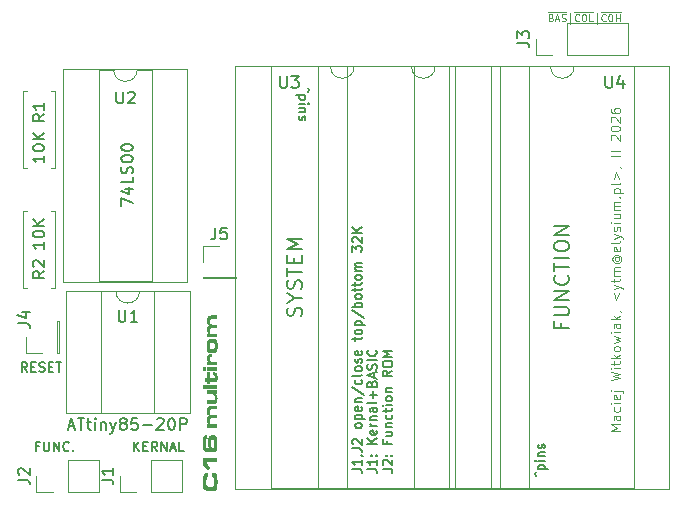
<source format=gbr>
%TF.GenerationSoftware,KiCad,Pcbnew,9.0.7*%
%TF.CreationDate,2026-02-10T00:04:01+01:00*%
%TF.ProjectId,kicad-c16-multirom,6b696361-642d-4633-9136-2d6d756c7469,1*%
%TF.SameCoordinates,Original*%
%TF.FileFunction,Legend,Top*%
%TF.FilePolarity,Positive*%
%FSLAX46Y46*%
G04 Gerber Fmt 4.6, Leading zero omitted, Abs format (unit mm)*
G04 Created by KiCad (PCBNEW 9.0.7) date 2026-02-10 00:04:01*
%MOMM*%
%LPD*%
G01*
G04 APERTURE LIST*
%ADD10C,0.150000*%
%ADD11C,0.100000*%
%ADD12C,0.120000*%
%ADD13C,0.000000*%
G04 APERTURE END LIST*
D10*
X159586385Y-90414268D02*
X160157813Y-90414268D01*
X160157813Y-90414268D02*
X160272099Y-90452363D01*
X160272099Y-90452363D02*
X160348290Y-90528554D01*
X160348290Y-90528554D02*
X160386385Y-90642839D01*
X160386385Y-90642839D02*
X160386385Y-90719030D01*
X160386385Y-89614268D02*
X160386385Y-90071411D01*
X160386385Y-89842839D02*
X159586385Y-89842839D01*
X159586385Y-89842839D02*
X159700670Y-89919030D01*
X159700670Y-89919030D02*
X159776861Y-89995220D01*
X159776861Y-89995220D02*
X159814956Y-90071411D01*
X160348290Y-89233315D02*
X160386385Y-89233315D01*
X160386385Y-89233315D02*
X160462575Y-89271410D01*
X160462575Y-89271410D02*
X160500670Y-89309506D01*
X159586385Y-88661887D02*
X160157813Y-88661887D01*
X160157813Y-88661887D02*
X160272099Y-88699982D01*
X160272099Y-88699982D02*
X160348290Y-88776173D01*
X160348290Y-88776173D02*
X160386385Y-88890458D01*
X160386385Y-88890458D02*
X160386385Y-88966649D01*
X159662575Y-88319030D02*
X159624480Y-88280934D01*
X159624480Y-88280934D02*
X159586385Y-88204744D01*
X159586385Y-88204744D02*
X159586385Y-88014268D01*
X159586385Y-88014268D02*
X159624480Y-87938077D01*
X159624480Y-87938077D02*
X159662575Y-87899982D01*
X159662575Y-87899982D02*
X159738766Y-87861887D01*
X159738766Y-87861887D02*
X159814956Y-87861887D01*
X159814956Y-87861887D02*
X159929242Y-87899982D01*
X159929242Y-87899982D02*
X160386385Y-88357125D01*
X160386385Y-88357125D02*
X160386385Y-87861887D01*
X160386385Y-86795220D02*
X160348290Y-86871410D01*
X160348290Y-86871410D02*
X160310194Y-86909505D01*
X160310194Y-86909505D02*
X160234004Y-86947601D01*
X160234004Y-86947601D02*
X160005432Y-86947601D01*
X160005432Y-86947601D02*
X159929242Y-86909505D01*
X159929242Y-86909505D02*
X159891147Y-86871410D01*
X159891147Y-86871410D02*
X159853051Y-86795220D01*
X159853051Y-86795220D02*
X159853051Y-86680934D01*
X159853051Y-86680934D02*
X159891147Y-86604743D01*
X159891147Y-86604743D02*
X159929242Y-86566648D01*
X159929242Y-86566648D02*
X160005432Y-86528553D01*
X160005432Y-86528553D02*
X160234004Y-86528553D01*
X160234004Y-86528553D02*
X160310194Y-86566648D01*
X160310194Y-86566648D02*
X160348290Y-86604743D01*
X160348290Y-86604743D02*
X160386385Y-86680934D01*
X160386385Y-86680934D02*
X160386385Y-86795220D01*
X159853051Y-86185695D02*
X160653051Y-86185695D01*
X159891147Y-86185695D02*
X159853051Y-86109505D01*
X159853051Y-86109505D02*
X159853051Y-85957124D01*
X159853051Y-85957124D02*
X159891147Y-85880933D01*
X159891147Y-85880933D02*
X159929242Y-85842838D01*
X159929242Y-85842838D02*
X160005432Y-85804743D01*
X160005432Y-85804743D02*
X160234004Y-85804743D01*
X160234004Y-85804743D02*
X160310194Y-85842838D01*
X160310194Y-85842838D02*
X160348290Y-85880933D01*
X160348290Y-85880933D02*
X160386385Y-85957124D01*
X160386385Y-85957124D02*
X160386385Y-86109505D01*
X160386385Y-86109505D02*
X160348290Y-86185695D01*
X160348290Y-85157123D02*
X160386385Y-85233314D01*
X160386385Y-85233314D02*
X160386385Y-85385695D01*
X160386385Y-85385695D02*
X160348290Y-85461885D01*
X160348290Y-85461885D02*
X160272099Y-85499981D01*
X160272099Y-85499981D02*
X159967337Y-85499981D01*
X159967337Y-85499981D02*
X159891147Y-85461885D01*
X159891147Y-85461885D02*
X159853051Y-85385695D01*
X159853051Y-85385695D02*
X159853051Y-85233314D01*
X159853051Y-85233314D02*
X159891147Y-85157123D01*
X159891147Y-85157123D02*
X159967337Y-85119028D01*
X159967337Y-85119028D02*
X160043528Y-85119028D01*
X160043528Y-85119028D02*
X160119718Y-85499981D01*
X159853051Y-84776171D02*
X160386385Y-84776171D01*
X159929242Y-84776171D02*
X159891147Y-84738076D01*
X159891147Y-84738076D02*
X159853051Y-84661886D01*
X159853051Y-84661886D02*
X159853051Y-84547600D01*
X159853051Y-84547600D02*
X159891147Y-84471409D01*
X159891147Y-84471409D02*
X159967337Y-84433314D01*
X159967337Y-84433314D02*
X160386385Y-84433314D01*
X159548290Y-83480933D02*
X160576861Y-84166647D01*
X160348290Y-82871409D02*
X160386385Y-82947600D01*
X160386385Y-82947600D02*
X160386385Y-83099981D01*
X160386385Y-83099981D02*
X160348290Y-83176171D01*
X160348290Y-83176171D02*
X160310194Y-83214266D01*
X160310194Y-83214266D02*
X160234004Y-83252362D01*
X160234004Y-83252362D02*
X160005432Y-83252362D01*
X160005432Y-83252362D02*
X159929242Y-83214266D01*
X159929242Y-83214266D02*
X159891147Y-83176171D01*
X159891147Y-83176171D02*
X159853051Y-83099981D01*
X159853051Y-83099981D02*
X159853051Y-82947600D01*
X159853051Y-82947600D02*
X159891147Y-82871409D01*
X160386385Y-82414267D02*
X160348290Y-82490457D01*
X160348290Y-82490457D02*
X160272099Y-82528552D01*
X160272099Y-82528552D02*
X159586385Y-82528552D01*
X160386385Y-81995219D02*
X160348290Y-82071409D01*
X160348290Y-82071409D02*
X160310194Y-82109504D01*
X160310194Y-82109504D02*
X160234004Y-82147600D01*
X160234004Y-82147600D02*
X160005432Y-82147600D01*
X160005432Y-82147600D02*
X159929242Y-82109504D01*
X159929242Y-82109504D02*
X159891147Y-82071409D01*
X159891147Y-82071409D02*
X159853051Y-81995219D01*
X159853051Y-81995219D02*
X159853051Y-81880933D01*
X159853051Y-81880933D02*
X159891147Y-81804742D01*
X159891147Y-81804742D02*
X159929242Y-81766647D01*
X159929242Y-81766647D02*
X160005432Y-81728552D01*
X160005432Y-81728552D02*
X160234004Y-81728552D01*
X160234004Y-81728552D02*
X160310194Y-81766647D01*
X160310194Y-81766647D02*
X160348290Y-81804742D01*
X160348290Y-81804742D02*
X160386385Y-81880933D01*
X160386385Y-81880933D02*
X160386385Y-81995219D01*
X160348290Y-81423790D02*
X160386385Y-81347599D01*
X160386385Y-81347599D02*
X160386385Y-81195218D01*
X160386385Y-81195218D02*
X160348290Y-81119028D01*
X160348290Y-81119028D02*
X160272099Y-81080932D01*
X160272099Y-81080932D02*
X160234004Y-81080932D01*
X160234004Y-81080932D02*
X160157813Y-81119028D01*
X160157813Y-81119028D02*
X160119718Y-81195218D01*
X160119718Y-81195218D02*
X160119718Y-81309504D01*
X160119718Y-81309504D02*
X160081623Y-81385694D01*
X160081623Y-81385694D02*
X160005432Y-81423790D01*
X160005432Y-81423790D02*
X159967337Y-81423790D01*
X159967337Y-81423790D02*
X159891147Y-81385694D01*
X159891147Y-81385694D02*
X159853051Y-81309504D01*
X159853051Y-81309504D02*
X159853051Y-81195218D01*
X159853051Y-81195218D02*
X159891147Y-81119028D01*
X160348290Y-80433313D02*
X160386385Y-80509504D01*
X160386385Y-80509504D02*
X160386385Y-80661885D01*
X160386385Y-80661885D02*
X160348290Y-80738075D01*
X160348290Y-80738075D02*
X160272099Y-80776171D01*
X160272099Y-80776171D02*
X159967337Y-80776171D01*
X159967337Y-80776171D02*
X159891147Y-80738075D01*
X159891147Y-80738075D02*
X159853051Y-80661885D01*
X159853051Y-80661885D02*
X159853051Y-80509504D01*
X159853051Y-80509504D02*
X159891147Y-80433313D01*
X159891147Y-80433313D02*
X159967337Y-80395218D01*
X159967337Y-80395218D02*
X160043528Y-80395218D01*
X160043528Y-80395218D02*
X160119718Y-80776171D01*
X159853051Y-79557123D02*
X159853051Y-79252361D01*
X159586385Y-79442837D02*
X160272099Y-79442837D01*
X160272099Y-79442837D02*
X160348290Y-79404742D01*
X160348290Y-79404742D02*
X160386385Y-79328552D01*
X160386385Y-79328552D02*
X160386385Y-79252361D01*
X160386385Y-78871409D02*
X160348290Y-78947599D01*
X160348290Y-78947599D02*
X160310194Y-78985694D01*
X160310194Y-78985694D02*
X160234004Y-79023790D01*
X160234004Y-79023790D02*
X160005432Y-79023790D01*
X160005432Y-79023790D02*
X159929242Y-78985694D01*
X159929242Y-78985694D02*
X159891147Y-78947599D01*
X159891147Y-78947599D02*
X159853051Y-78871409D01*
X159853051Y-78871409D02*
X159853051Y-78757123D01*
X159853051Y-78757123D02*
X159891147Y-78680932D01*
X159891147Y-78680932D02*
X159929242Y-78642837D01*
X159929242Y-78642837D02*
X160005432Y-78604742D01*
X160005432Y-78604742D02*
X160234004Y-78604742D01*
X160234004Y-78604742D02*
X160310194Y-78642837D01*
X160310194Y-78642837D02*
X160348290Y-78680932D01*
X160348290Y-78680932D02*
X160386385Y-78757123D01*
X160386385Y-78757123D02*
X160386385Y-78871409D01*
X159853051Y-78261884D02*
X160653051Y-78261884D01*
X159891147Y-78261884D02*
X159853051Y-78185694D01*
X159853051Y-78185694D02*
X159853051Y-78033313D01*
X159853051Y-78033313D02*
X159891147Y-77957122D01*
X159891147Y-77957122D02*
X159929242Y-77919027D01*
X159929242Y-77919027D02*
X160005432Y-77880932D01*
X160005432Y-77880932D02*
X160234004Y-77880932D01*
X160234004Y-77880932D02*
X160310194Y-77919027D01*
X160310194Y-77919027D02*
X160348290Y-77957122D01*
X160348290Y-77957122D02*
X160386385Y-78033313D01*
X160386385Y-78033313D02*
X160386385Y-78185694D01*
X160386385Y-78185694D02*
X160348290Y-78261884D01*
X159548290Y-76966646D02*
X160576861Y-77652360D01*
X160386385Y-76699979D02*
X159586385Y-76699979D01*
X159891147Y-76699979D02*
X159853051Y-76623789D01*
X159853051Y-76623789D02*
X159853051Y-76471408D01*
X159853051Y-76471408D02*
X159891147Y-76395217D01*
X159891147Y-76395217D02*
X159929242Y-76357122D01*
X159929242Y-76357122D02*
X160005432Y-76319027D01*
X160005432Y-76319027D02*
X160234004Y-76319027D01*
X160234004Y-76319027D02*
X160310194Y-76357122D01*
X160310194Y-76357122D02*
X160348290Y-76395217D01*
X160348290Y-76395217D02*
X160386385Y-76471408D01*
X160386385Y-76471408D02*
X160386385Y-76623789D01*
X160386385Y-76623789D02*
X160348290Y-76699979D01*
X160386385Y-75861884D02*
X160348290Y-75938074D01*
X160348290Y-75938074D02*
X160310194Y-75976169D01*
X160310194Y-75976169D02*
X160234004Y-76014265D01*
X160234004Y-76014265D02*
X160005432Y-76014265D01*
X160005432Y-76014265D02*
X159929242Y-75976169D01*
X159929242Y-75976169D02*
X159891147Y-75938074D01*
X159891147Y-75938074D02*
X159853051Y-75861884D01*
X159853051Y-75861884D02*
X159853051Y-75747598D01*
X159853051Y-75747598D02*
X159891147Y-75671407D01*
X159891147Y-75671407D02*
X159929242Y-75633312D01*
X159929242Y-75633312D02*
X160005432Y-75595217D01*
X160005432Y-75595217D02*
X160234004Y-75595217D01*
X160234004Y-75595217D02*
X160310194Y-75633312D01*
X160310194Y-75633312D02*
X160348290Y-75671407D01*
X160348290Y-75671407D02*
X160386385Y-75747598D01*
X160386385Y-75747598D02*
X160386385Y-75861884D01*
X159853051Y-75366645D02*
X159853051Y-75061883D01*
X159586385Y-75252359D02*
X160272099Y-75252359D01*
X160272099Y-75252359D02*
X160348290Y-75214264D01*
X160348290Y-75214264D02*
X160386385Y-75138074D01*
X160386385Y-75138074D02*
X160386385Y-75061883D01*
X159853051Y-74909502D02*
X159853051Y-74604740D01*
X159586385Y-74795216D02*
X160272099Y-74795216D01*
X160272099Y-74795216D02*
X160348290Y-74757121D01*
X160348290Y-74757121D02*
X160386385Y-74680931D01*
X160386385Y-74680931D02*
X160386385Y-74604740D01*
X160386385Y-74223788D02*
X160348290Y-74299978D01*
X160348290Y-74299978D02*
X160310194Y-74338073D01*
X160310194Y-74338073D02*
X160234004Y-74376169D01*
X160234004Y-74376169D02*
X160005432Y-74376169D01*
X160005432Y-74376169D02*
X159929242Y-74338073D01*
X159929242Y-74338073D02*
X159891147Y-74299978D01*
X159891147Y-74299978D02*
X159853051Y-74223788D01*
X159853051Y-74223788D02*
X159853051Y-74109502D01*
X159853051Y-74109502D02*
X159891147Y-74033311D01*
X159891147Y-74033311D02*
X159929242Y-73995216D01*
X159929242Y-73995216D02*
X160005432Y-73957121D01*
X160005432Y-73957121D02*
X160234004Y-73957121D01*
X160234004Y-73957121D02*
X160310194Y-73995216D01*
X160310194Y-73995216D02*
X160348290Y-74033311D01*
X160348290Y-74033311D02*
X160386385Y-74109502D01*
X160386385Y-74109502D02*
X160386385Y-74223788D01*
X160386385Y-73614263D02*
X159853051Y-73614263D01*
X159929242Y-73614263D02*
X159891147Y-73576168D01*
X159891147Y-73576168D02*
X159853051Y-73499978D01*
X159853051Y-73499978D02*
X159853051Y-73385692D01*
X159853051Y-73385692D02*
X159891147Y-73309501D01*
X159891147Y-73309501D02*
X159967337Y-73271406D01*
X159967337Y-73271406D02*
X160386385Y-73271406D01*
X159967337Y-73271406D02*
X159891147Y-73233311D01*
X159891147Y-73233311D02*
X159853051Y-73157120D01*
X159853051Y-73157120D02*
X159853051Y-73042835D01*
X159853051Y-73042835D02*
X159891147Y-72966644D01*
X159891147Y-72966644D02*
X159967337Y-72928549D01*
X159967337Y-72928549D02*
X160386385Y-72928549D01*
X159586385Y-72014263D02*
X159586385Y-71519025D01*
X159586385Y-71519025D02*
X159891147Y-71785691D01*
X159891147Y-71785691D02*
X159891147Y-71671406D01*
X159891147Y-71671406D02*
X159929242Y-71595215D01*
X159929242Y-71595215D02*
X159967337Y-71557120D01*
X159967337Y-71557120D02*
X160043528Y-71519025D01*
X160043528Y-71519025D02*
X160234004Y-71519025D01*
X160234004Y-71519025D02*
X160310194Y-71557120D01*
X160310194Y-71557120D02*
X160348290Y-71595215D01*
X160348290Y-71595215D02*
X160386385Y-71671406D01*
X160386385Y-71671406D02*
X160386385Y-71899977D01*
X160386385Y-71899977D02*
X160348290Y-71976168D01*
X160348290Y-71976168D02*
X160310194Y-72014263D01*
X159662575Y-71214263D02*
X159624480Y-71176167D01*
X159624480Y-71176167D02*
X159586385Y-71099977D01*
X159586385Y-71099977D02*
X159586385Y-70909501D01*
X159586385Y-70909501D02*
X159624480Y-70833310D01*
X159624480Y-70833310D02*
X159662575Y-70795215D01*
X159662575Y-70795215D02*
X159738766Y-70757120D01*
X159738766Y-70757120D02*
X159814956Y-70757120D01*
X159814956Y-70757120D02*
X159929242Y-70795215D01*
X159929242Y-70795215D02*
X160386385Y-71252358D01*
X160386385Y-71252358D02*
X160386385Y-70757120D01*
X160386385Y-70414262D02*
X159586385Y-70414262D01*
X160386385Y-69957119D02*
X159929242Y-70299977D01*
X159586385Y-69957119D02*
X160043528Y-70414262D01*
X160874340Y-90414268D02*
X161445768Y-90414268D01*
X161445768Y-90414268D02*
X161560054Y-90452363D01*
X161560054Y-90452363D02*
X161636245Y-90528554D01*
X161636245Y-90528554D02*
X161674340Y-90642839D01*
X161674340Y-90642839D02*
X161674340Y-90719030D01*
X161674340Y-89614268D02*
X161674340Y-90071411D01*
X161674340Y-89842839D02*
X160874340Y-89842839D01*
X160874340Y-89842839D02*
X160988625Y-89919030D01*
X160988625Y-89919030D02*
X161064816Y-89995220D01*
X161064816Y-89995220D02*
X161102911Y-90071411D01*
X161598149Y-89271410D02*
X161636245Y-89233315D01*
X161636245Y-89233315D02*
X161674340Y-89271410D01*
X161674340Y-89271410D02*
X161636245Y-89309506D01*
X161636245Y-89309506D02*
X161598149Y-89271410D01*
X161598149Y-89271410D02*
X161674340Y-89271410D01*
X161179102Y-89271410D02*
X161217197Y-89233315D01*
X161217197Y-89233315D02*
X161255292Y-89271410D01*
X161255292Y-89271410D02*
X161217197Y-89309506D01*
X161217197Y-89309506D02*
X161179102Y-89271410D01*
X161179102Y-89271410D02*
X161255292Y-89271410D01*
X161674340Y-88280934D02*
X160874340Y-88280934D01*
X161674340Y-87823791D02*
X161217197Y-88166649D01*
X160874340Y-87823791D02*
X161331483Y-88280934D01*
X161636245Y-87176172D02*
X161674340Y-87252363D01*
X161674340Y-87252363D02*
X161674340Y-87404744D01*
X161674340Y-87404744D02*
X161636245Y-87480934D01*
X161636245Y-87480934D02*
X161560054Y-87519030D01*
X161560054Y-87519030D02*
X161255292Y-87519030D01*
X161255292Y-87519030D02*
X161179102Y-87480934D01*
X161179102Y-87480934D02*
X161141006Y-87404744D01*
X161141006Y-87404744D02*
X161141006Y-87252363D01*
X161141006Y-87252363D02*
X161179102Y-87176172D01*
X161179102Y-87176172D02*
X161255292Y-87138077D01*
X161255292Y-87138077D02*
X161331483Y-87138077D01*
X161331483Y-87138077D02*
X161407673Y-87519030D01*
X161674340Y-86795220D02*
X161141006Y-86795220D01*
X161293387Y-86795220D02*
X161217197Y-86757125D01*
X161217197Y-86757125D02*
X161179102Y-86719030D01*
X161179102Y-86719030D02*
X161141006Y-86642839D01*
X161141006Y-86642839D02*
X161141006Y-86566649D01*
X161141006Y-86299982D02*
X161674340Y-86299982D01*
X161217197Y-86299982D02*
X161179102Y-86261887D01*
X161179102Y-86261887D02*
X161141006Y-86185697D01*
X161141006Y-86185697D02*
X161141006Y-86071411D01*
X161141006Y-86071411D02*
X161179102Y-85995220D01*
X161179102Y-85995220D02*
X161255292Y-85957125D01*
X161255292Y-85957125D02*
X161674340Y-85957125D01*
X161674340Y-85233315D02*
X161255292Y-85233315D01*
X161255292Y-85233315D02*
X161179102Y-85271410D01*
X161179102Y-85271410D02*
X161141006Y-85347601D01*
X161141006Y-85347601D02*
X161141006Y-85499982D01*
X161141006Y-85499982D02*
X161179102Y-85576172D01*
X161636245Y-85233315D02*
X161674340Y-85309506D01*
X161674340Y-85309506D02*
X161674340Y-85499982D01*
X161674340Y-85499982D02*
X161636245Y-85576172D01*
X161636245Y-85576172D02*
X161560054Y-85614268D01*
X161560054Y-85614268D02*
X161483864Y-85614268D01*
X161483864Y-85614268D02*
X161407673Y-85576172D01*
X161407673Y-85576172D02*
X161369578Y-85499982D01*
X161369578Y-85499982D02*
X161369578Y-85309506D01*
X161369578Y-85309506D02*
X161331483Y-85233315D01*
X161674340Y-84738077D02*
X161636245Y-84814267D01*
X161636245Y-84814267D02*
X161560054Y-84852362D01*
X161560054Y-84852362D02*
X160874340Y-84852362D01*
X161369578Y-84433314D02*
X161369578Y-83823791D01*
X161674340Y-84128552D02*
X161064816Y-84128552D01*
X161255292Y-83176172D02*
X161293387Y-83061886D01*
X161293387Y-83061886D02*
X161331483Y-83023791D01*
X161331483Y-83023791D02*
X161407673Y-82985695D01*
X161407673Y-82985695D02*
X161521959Y-82985695D01*
X161521959Y-82985695D02*
X161598149Y-83023791D01*
X161598149Y-83023791D02*
X161636245Y-83061886D01*
X161636245Y-83061886D02*
X161674340Y-83138076D01*
X161674340Y-83138076D02*
X161674340Y-83442838D01*
X161674340Y-83442838D02*
X160874340Y-83442838D01*
X160874340Y-83442838D02*
X160874340Y-83176172D01*
X160874340Y-83176172D02*
X160912435Y-83099981D01*
X160912435Y-83099981D02*
X160950530Y-83061886D01*
X160950530Y-83061886D02*
X161026721Y-83023791D01*
X161026721Y-83023791D02*
X161102911Y-83023791D01*
X161102911Y-83023791D02*
X161179102Y-83061886D01*
X161179102Y-83061886D02*
X161217197Y-83099981D01*
X161217197Y-83099981D02*
X161255292Y-83176172D01*
X161255292Y-83176172D02*
X161255292Y-83442838D01*
X161445768Y-82680934D02*
X161445768Y-82299981D01*
X161674340Y-82757124D02*
X160874340Y-82490457D01*
X160874340Y-82490457D02*
X161674340Y-82223791D01*
X161636245Y-81995220D02*
X161674340Y-81880934D01*
X161674340Y-81880934D02*
X161674340Y-81690458D01*
X161674340Y-81690458D02*
X161636245Y-81614267D01*
X161636245Y-81614267D02*
X161598149Y-81576172D01*
X161598149Y-81576172D02*
X161521959Y-81538077D01*
X161521959Y-81538077D02*
X161445768Y-81538077D01*
X161445768Y-81538077D02*
X161369578Y-81576172D01*
X161369578Y-81576172D02*
X161331483Y-81614267D01*
X161331483Y-81614267D02*
X161293387Y-81690458D01*
X161293387Y-81690458D02*
X161255292Y-81842839D01*
X161255292Y-81842839D02*
X161217197Y-81919029D01*
X161217197Y-81919029D02*
X161179102Y-81957124D01*
X161179102Y-81957124D02*
X161102911Y-81995220D01*
X161102911Y-81995220D02*
X161026721Y-81995220D01*
X161026721Y-81995220D02*
X160950530Y-81957124D01*
X160950530Y-81957124D02*
X160912435Y-81919029D01*
X160912435Y-81919029D02*
X160874340Y-81842839D01*
X160874340Y-81842839D02*
X160874340Y-81652362D01*
X160874340Y-81652362D02*
X160912435Y-81538077D01*
X161674340Y-81195219D02*
X160874340Y-81195219D01*
X161598149Y-80357124D02*
X161636245Y-80395220D01*
X161636245Y-80395220D02*
X161674340Y-80509505D01*
X161674340Y-80509505D02*
X161674340Y-80585696D01*
X161674340Y-80585696D02*
X161636245Y-80699982D01*
X161636245Y-80699982D02*
X161560054Y-80776172D01*
X161560054Y-80776172D02*
X161483864Y-80814267D01*
X161483864Y-80814267D02*
X161331483Y-80852363D01*
X161331483Y-80852363D02*
X161217197Y-80852363D01*
X161217197Y-80852363D02*
X161064816Y-80814267D01*
X161064816Y-80814267D02*
X160988625Y-80776172D01*
X160988625Y-80776172D02*
X160912435Y-80699982D01*
X160912435Y-80699982D02*
X160874340Y-80585696D01*
X160874340Y-80585696D02*
X160874340Y-80509505D01*
X160874340Y-80509505D02*
X160912435Y-80395220D01*
X160912435Y-80395220D02*
X160950530Y-80357124D01*
X162162295Y-90414268D02*
X162733723Y-90414268D01*
X162733723Y-90414268D02*
X162848009Y-90452363D01*
X162848009Y-90452363D02*
X162924200Y-90528554D01*
X162924200Y-90528554D02*
X162962295Y-90642839D01*
X162962295Y-90642839D02*
X162962295Y-90719030D01*
X162238485Y-90071411D02*
X162200390Y-90033315D01*
X162200390Y-90033315D02*
X162162295Y-89957125D01*
X162162295Y-89957125D02*
X162162295Y-89766649D01*
X162162295Y-89766649D02*
X162200390Y-89690458D01*
X162200390Y-89690458D02*
X162238485Y-89652363D01*
X162238485Y-89652363D02*
X162314676Y-89614268D01*
X162314676Y-89614268D02*
X162390866Y-89614268D01*
X162390866Y-89614268D02*
X162505152Y-89652363D01*
X162505152Y-89652363D02*
X162962295Y-90109506D01*
X162962295Y-90109506D02*
X162962295Y-89614268D01*
X162886104Y-89271410D02*
X162924200Y-89233315D01*
X162924200Y-89233315D02*
X162962295Y-89271410D01*
X162962295Y-89271410D02*
X162924200Y-89309506D01*
X162924200Y-89309506D02*
X162886104Y-89271410D01*
X162886104Y-89271410D02*
X162962295Y-89271410D01*
X162467057Y-89271410D02*
X162505152Y-89233315D01*
X162505152Y-89233315D02*
X162543247Y-89271410D01*
X162543247Y-89271410D02*
X162505152Y-89309506D01*
X162505152Y-89309506D02*
X162467057Y-89271410D01*
X162467057Y-89271410D02*
X162543247Y-89271410D01*
X162543247Y-88014268D02*
X162543247Y-88280934D01*
X162962295Y-88280934D02*
X162162295Y-88280934D01*
X162162295Y-88280934D02*
X162162295Y-87899982D01*
X162428961Y-87252363D02*
X162962295Y-87252363D01*
X162428961Y-87595220D02*
X162848009Y-87595220D01*
X162848009Y-87595220D02*
X162924200Y-87557125D01*
X162924200Y-87557125D02*
X162962295Y-87480935D01*
X162962295Y-87480935D02*
X162962295Y-87366649D01*
X162962295Y-87366649D02*
X162924200Y-87290458D01*
X162924200Y-87290458D02*
X162886104Y-87252363D01*
X162428961Y-86871410D02*
X162962295Y-86871410D01*
X162505152Y-86871410D02*
X162467057Y-86833315D01*
X162467057Y-86833315D02*
X162428961Y-86757125D01*
X162428961Y-86757125D02*
X162428961Y-86642839D01*
X162428961Y-86642839D02*
X162467057Y-86566648D01*
X162467057Y-86566648D02*
X162543247Y-86528553D01*
X162543247Y-86528553D02*
X162962295Y-86528553D01*
X162924200Y-85804743D02*
X162962295Y-85880934D01*
X162962295Y-85880934D02*
X162962295Y-86033315D01*
X162962295Y-86033315D02*
X162924200Y-86109505D01*
X162924200Y-86109505D02*
X162886104Y-86147600D01*
X162886104Y-86147600D02*
X162809914Y-86185696D01*
X162809914Y-86185696D02*
X162581342Y-86185696D01*
X162581342Y-86185696D02*
X162505152Y-86147600D01*
X162505152Y-86147600D02*
X162467057Y-86109505D01*
X162467057Y-86109505D02*
X162428961Y-86033315D01*
X162428961Y-86033315D02*
X162428961Y-85880934D01*
X162428961Y-85880934D02*
X162467057Y-85804743D01*
X162428961Y-85576172D02*
X162428961Y-85271410D01*
X162162295Y-85461886D02*
X162848009Y-85461886D01*
X162848009Y-85461886D02*
X162924200Y-85423791D01*
X162924200Y-85423791D02*
X162962295Y-85347601D01*
X162962295Y-85347601D02*
X162962295Y-85271410D01*
X162962295Y-85004743D02*
X162428961Y-85004743D01*
X162162295Y-85004743D02*
X162200390Y-85042839D01*
X162200390Y-85042839D02*
X162238485Y-85004743D01*
X162238485Y-85004743D02*
X162200390Y-84966648D01*
X162200390Y-84966648D02*
X162162295Y-85004743D01*
X162162295Y-85004743D02*
X162238485Y-85004743D01*
X162962295Y-84509506D02*
X162924200Y-84585696D01*
X162924200Y-84585696D02*
X162886104Y-84623791D01*
X162886104Y-84623791D02*
X162809914Y-84661887D01*
X162809914Y-84661887D02*
X162581342Y-84661887D01*
X162581342Y-84661887D02*
X162505152Y-84623791D01*
X162505152Y-84623791D02*
X162467057Y-84585696D01*
X162467057Y-84585696D02*
X162428961Y-84509506D01*
X162428961Y-84509506D02*
X162428961Y-84395220D01*
X162428961Y-84395220D02*
X162467057Y-84319029D01*
X162467057Y-84319029D02*
X162505152Y-84280934D01*
X162505152Y-84280934D02*
X162581342Y-84242839D01*
X162581342Y-84242839D02*
X162809914Y-84242839D01*
X162809914Y-84242839D02*
X162886104Y-84280934D01*
X162886104Y-84280934D02*
X162924200Y-84319029D01*
X162924200Y-84319029D02*
X162962295Y-84395220D01*
X162962295Y-84395220D02*
X162962295Y-84509506D01*
X162428961Y-83899981D02*
X162962295Y-83899981D01*
X162505152Y-83899981D02*
X162467057Y-83861886D01*
X162467057Y-83861886D02*
X162428961Y-83785696D01*
X162428961Y-83785696D02*
X162428961Y-83671410D01*
X162428961Y-83671410D02*
X162467057Y-83595219D01*
X162467057Y-83595219D02*
X162543247Y-83557124D01*
X162543247Y-83557124D02*
X162962295Y-83557124D01*
X162962295Y-82109504D02*
X162581342Y-82376171D01*
X162962295Y-82566647D02*
X162162295Y-82566647D01*
X162162295Y-82566647D02*
X162162295Y-82261885D01*
X162162295Y-82261885D02*
X162200390Y-82185695D01*
X162200390Y-82185695D02*
X162238485Y-82147600D01*
X162238485Y-82147600D02*
X162314676Y-82109504D01*
X162314676Y-82109504D02*
X162428961Y-82109504D01*
X162428961Y-82109504D02*
X162505152Y-82147600D01*
X162505152Y-82147600D02*
X162543247Y-82185695D01*
X162543247Y-82185695D02*
X162581342Y-82261885D01*
X162581342Y-82261885D02*
X162581342Y-82566647D01*
X162162295Y-81614266D02*
X162162295Y-81461885D01*
X162162295Y-81461885D02*
X162200390Y-81385695D01*
X162200390Y-81385695D02*
X162276580Y-81309504D01*
X162276580Y-81309504D02*
X162428961Y-81271409D01*
X162428961Y-81271409D02*
X162695628Y-81271409D01*
X162695628Y-81271409D02*
X162848009Y-81309504D01*
X162848009Y-81309504D02*
X162924200Y-81385695D01*
X162924200Y-81385695D02*
X162962295Y-81461885D01*
X162962295Y-81461885D02*
X162962295Y-81614266D01*
X162962295Y-81614266D02*
X162924200Y-81690457D01*
X162924200Y-81690457D02*
X162848009Y-81766647D01*
X162848009Y-81766647D02*
X162695628Y-81804743D01*
X162695628Y-81804743D02*
X162428961Y-81804743D01*
X162428961Y-81804743D02*
X162276580Y-81766647D01*
X162276580Y-81766647D02*
X162200390Y-81690457D01*
X162200390Y-81690457D02*
X162162295Y-81614266D01*
X162962295Y-80928552D02*
X162162295Y-80928552D01*
X162162295Y-80928552D02*
X162733723Y-80661886D01*
X162733723Y-80661886D02*
X162162295Y-80395219D01*
X162162295Y-80395219D02*
X162962295Y-80395219D01*
D11*
X176430646Y-52185085D02*
X176516360Y-52213657D01*
X176516360Y-52213657D02*
X176544931Y-52242228D01*
X176544931Y-52242228D02*
X176573503Y-52299371D01*
X176573503Y-52299371D02*
X176573503Y-52385085D01*
X176573503Y-52385085D02*
X176544931Y-52442228D01*
X176544931Y-52442228D02*
X176516360Y-52470800D01*
X176516360Y-52470800D02*
X176459217Y-52499371D01*
X176459217Y-52499371D02*
X176230646Y-52499371D01*
X176230646Y-52499371D02*
X176230646Y-51899371D01*
X176230646Y-51899371D02*
X176430646Y-51899371D01*
X176430646Y-51899371D02*
X176487789Y-51927942D01*
X176487789Y-51927942D02*
X176516360Y-51956514D01*
X176516360Y-51956514D02*
X176544931Y-52013657D01*
X176544931Y-52013657D02*
X176544931Y-52070800D01*
X176544931Y-52070800D02*
X176516360Y-52127942D01*
X176516360Y-52127942D02*
X176487789Y-52156514D01*
X176487789Y-52156514D02*
X176430646Y-52185085D01*
X176430646Y-52185085D02*
X176230646Y-52185085D01*
X176802074Y-52327942D02*
X177087789Y-52327942D01*
X176744931Y-52499371D02*
X176944931Y-51899371D01*
X176944931Y-51899371D02*
X177144931Y-52499371D01*
X177316360Y-52470800D02*
X177402075Y-52499371D01*
X177402075Y-52499371D02*
X177544932Y-52499371D01*
X177544932Y-52499371D02*
X177602075Y-52470800D01*
X177602075Y-52470800D02*
X177630646Y-52442228D01*
X177630646Y-52442228D02*
X177659217Y-52385085D01*
X177659217Y-52385085D02*
X177659217Y-52327942D01*
X177659217Y-52327942D02*
X177630646Y-52270800D01*
X177630646Y-52270800D02*
X177602075Y-52242228D01*
X177602075Y-52242228D02*
X177544932Y-52213657D01*
X177544932Y-52213657D02*
X177430646Y-52185085D01*
X177430646Y-52185085D02*
X177373503Y-52156514D01*
X177373503Y-52156514D02*
X177344932Y-52127942D01*
X177344932Y-52127942D02*
X177316360Y-52070800D01*
X177316360Y-52070800D02*
X177316360Y-52013657D01*
X177316360Y-52013657D02*
X177344932Y-51956514D01*
X177344932Y-51956514D02*
X177373503Y-51927942D01*
X177373503Y-51927942D02*
X177430646Y-51899371D01*
X177430646Y-51899371D02*
X177573503Y-51899371D01*
X177573503Y-51899371D02*
X177659217Y-51927942D01*
X176147789Y-51732800D02*
X177713504Y-51732800D01*
X178059218Y-52699371D02*
X178059218Y-51842228D01*
X178830647Y-52442228D02*
X178802075Y-52470800D01*
X178802075Y-52470800D02*
X178716361Y-52499371D01*
X178716361Y-52499371D02*
X178659218Y-52499371D01*
X178659218Y-52499371D02*
X178573504Y-52470800D01*
X178573504Y-52470800D02*
X178516361Y-52413657D01*
X178516361Y-52413657D02*
X178487790Y-52356514D01*
X178487790Y-52356514D02*
X178459218Y-52242228D01*
X178459218Y-52242228D02*
X178459218Y-52156514D01*
X178459218Y-52156514D02*
X178487790Y-52042228D01*
X178487790Y-52042228D02*
X178516361Y-51985085D01*
X178516361Y-51985085D02*
X178573504Y-51927942D01*
X178573504Y-51927942D02*
X178659218Y-51899371D01*
X178659218Y-51899371D02*
X178716361Y-51899371D01*
X178716361Y-51899371D02*
X178802075Y-51927942D01*
X178802075Y-51927942D02*
X178830647Y-51956514D01*
X179202075Y-51899371D02*
X179259218Y-51899371D01*
X179259218Y-51899371D02*
X179316361Y-51927942D01*
X179316361Y-51927942D02*
X179344933Y-51956514D01*
X179344933Y-51956514D02*
X179373504Y-52013657D01*
X179373504Y-52013657D02*
X179402075Y-52127942D01*
X179402075Y-52127942D02*
X179402075Y-52270800D01*
X179402075Y-52270800D02*
X179373504Y-52385085D01*
X179373504Y-52385085D02*
X179344933Y-52442228D01*
X179344933Y-52442228D02*
X179316361Y-52470800D01*
X179316361Y-52470800D02*
X179259218Y-52499371D01*
X179259218Y-52499371D02*
X179202075Y-52499371D01*
X179202075Y-52499371D02*
X179144933Y-52470800D01*
X179144933Y-52470800D02*
X179116361Y-52442228D01*
X179116361Y-52442228D02*
X179087790Y-52385085D01*
X179087790Y-52385085D02*
X179059218Y-52270800D01*
X179059218Y-52270800D02*
X179059218Y-52127942D01*
X179059218Y-52127942D02*
X179087790Y-52013657D01*
X179087790Y-52013657D02*
X179116361Y-51956514D01*
X179116361Y-51956514D02*
X179144933Y-51927942D01*
X179144933Y-51927942D02*
X179202075Y-51899371D01*
X179944933Y-52499371D02*
X179659219Y-52499371D01*
X179659219Y-52499371D02*
X179659219Y-51899371D01*
X178404933Y-51732800D02*
X179942076Y-51732800D01*
X180287790Y-52699371D02*
X180287790Y-51842228D01*
X181059219Y-52442228D02*
X181030647Y-52470800D01*
X181030647Y-52470800D02*
X180944933Y-52499371D01*
X180944933Y-52499371D02*
X180887790Y-52499371D01*
X180887790Y-52499371D02*
X180802076Y-52470800D01*
X180802076Y-52470800D02*
X180744933Y-52413657D01*
X180744933Y-52413657D02*
X180716362Y-52356514D01*
X180716362Y-52356514D02*
X180687790Y-52242228D01*
X180687790Y-52242228D02*
X180687790Y-52156514D01*
X180687790Y-52156514D02*
X180716362Y-52042228D01*
X180716362Y-52042228D02*
X180744933Y-51985085D01*
X180744933Y-51985085D02*
X180802076Y-51927942D01*
X180802076Y-51927942D02*
X180887790Y-51899371D01*
X180887790Y-51899371D02*
X180944933Y-51899371D01*
X180944933Y-51899371D02*
X181030647Y-51927942D01*
X181030647Y-51927942D02*
X181059219Y-51956514D01*
X181430647Y-51899371D02*
X181487790Y-51899371D01*
X181487790Y-51899371D02*
X181544933Y-51927942D01*
X181544933Y-51927942D02*
X181573505Y-51956514D01*
X181573505Y-51956514D02*
X181602076Y-52013657D01*
X181602076Y-52013657D02*
X181630647Y-52127942D01*
X181630647Y-52127942D02*
X181630647Y-52270800D01*
X181630647Y-52270800D02*
X181602076Y-52385085D01*
X181602076Y-52385085D02*
X181573505Y-52442228D01*
X181573505Y-52442228D02*
X181544933Y-52470800D01*
X181544933Y-52470800D02*
X181487790Y-52499371D01*
X181487790Y-52499371D02*
X181430647Y-52499371D01*
X181430647Y-52499371D02*
X181373505Y-52470800D01*
X181373505Y-52470800D02*
X181344933Y-52442228D01*
X181344933Y-52442228D02*
X181316362Y-52385085D01*
X181316362Y-52385085D02*
X181287790Y-52270800D01*
X181287790Y-52270800D02*
X181287790Y-52127942D01*
X181287790Y-52127942D02*
X181316362Y-52013657D01*
X181316362Y-52013657D02*
X181344933Y-51956514D01*
X181344933Y-51956514D02*
X181373505Y-51927942D01*
X181373505Y-51927942D02*
X181430647Y-51899371D01*
X181887791Y-52499371D02*
X181887791Y-51899371D01*
X181887791Y-52185085D02*
X182230648Y-52185085D01*
X182230648Y-52499371D02*
X182230648Y-51899371D01*
X180633505Y-51732800D02*
X182313505Y-51732800D01*
D10*
X141096554Y-88894295D02*
X141096554Y-88094295D01*
X141553697Y-88894295D02*
X141210839Y-88437152D01*
X141553697Y-88094295D02*
X141096554Y-88551438D01*
X141896554Y-88475247D02*
X142163220Y-88475247D01*
X142277506Y-88894295D02*
X141896554Y-88894295D01*
X141896554Y-88894295D02*
X141896554Y-88094295D01*
X141896554Y-88094295D02*
X142277506Y-88094295D01*
X143077507Y-88894295D02*
X142810840Y-88513342D01*
X142620364Y-88894295D02*
X142620364Y-88094295D01*
X142620364Y-88094295D02*
X142925126Y-88094295D01*
X142925126Y-88094295D02*
X143001316Y-88132390D01*
X143001316Y-88132390D02*
X143039411Y-88170485D01*
X143039411Y-88170485D02*
X143077507Y-88246676D01*
X143077507Y-88246676D02*
X143077507Y-88360961D01*
X143077507Y-88360961D02*
X143039411Y-88437152D01*
X143039411Y-88437152D02*
X143001316Y-88475247D01*
X143001316Y-88475247D02*
X142925126Y-88513342D01*
X142925126Y-88513342D02*
X142620364Y-88513342D01*
X143420364Y-88894295D02*
X143420364Y-88094295D01*
X143420364Y-88094295D02*
X143877507Y-88894295D01*
X143877507Y-88894295D02*
X143877507Y-88094295D01*
X144220363Y-88665723D02*
X144601316Y-88665723D01*
X144144173Y-88894295D02*
X144410840Y-88094295D01*
X144410840Y-88094295D02*
X144677506Y-88894295D01*
X145325125Y-88894295D02*
X144944173Y-88894295D01*
X144944173Y-88894295D02*
X144944173Y-88094295D01*
X133055826Y-88475247D02*
X132789160Y-88475247D01*
X132789160Y-88894295D02*
X132789160Y-88094295D01*
X132789160Y-88094295D02*
X133170112Y-88094295D01*
X133474874Y-88094295D02*
X133474874Y-88741914D01*
X133474874Y-88741914D02*
X133512969Y-88818104D01*
X133512969Y-88818104D02*
X133551064Y-88856200D01*
X133551064Y-88856200D02*
X133627255Y-88894295D01*
X133627255Y-88894295D02*
X133779636Y-88894295D01*
X133779636Y-88894295D02*
X133855826Y-88856200D01*
X133855826Y-88856200D02*
X133893921Y-88818104D01*
X133893921Y-88818104D02*
X133932017Y-88741914D01*
X133932017Y-88741914D02*
X133932017Y-88094295D01*
X134312969Y-88894295D02*
X134312969Y-88094295D01*
X134312969Y-88094295D02*
X134770112Y-88894295D01*
X134770112Y-88894295D02*
X134770112Y-88094295D01*
X135608207Y-88818104D02*
X135570111Y-88856200D01*
X135570111Y-88856200D02*
X135455826Y-88894295D01*
X135455826Y-88894295D02*
X135379635Y-88894295D01*
X135379635Y-88894295D02*
X135265349Y-88856200D01*
X135265349Y-88856200D02*
X135189159Y-88780009D01*
X135189159Y-88780009D02*
X135151064Y-88703819D01*
X135151064Y-88703819D02*
X135112968Y-88551438D01*
X135112968Y-88551438D02*
X135112968Y-88437152D01*
X135112968Y-88437152D02*
X135151064Y-88284771D01*
X135151064Y-88284771D02*
X135189159Y-88208580D01*
X135189159Y-88208580D02*
X135265349Y-88132390D01*
X135265349Y-88132390D02*
X135379635Y-88094295D01*
X135379635Y-88094295D02*
X135455826Y-88094295D01*
X135455826Y-88094295D02*
X135570111Y-88132390D01*
X135570111Y-88132390D02*
X135608207Y-88170485D01*
X135951064Y-88818104D02*
X135989159Y-88856200D01*
X135989159Y-88856200D02*
X135951064Y-88894295D01*
X135951064Y-88894295D02*
X135912968Y-88856200D01*
X135912968Y-88856200D02*
X135951064Y-88818104D01*
X135951064Y-88818104D02*
X135951064Y-88894295D01*
X175170485Y-91011125D02*
X175056200Y-90858744D01*
X175056200Y-90858744D02*
X175170485Y-90706363D01*
X175360961Y-90439696D02*
X176160961Y-90439696D01*
X175399057Y-90439696D02*
X175360961Y-90363506D01*
X175360961Y-90363506D02*
X175360961Y-90211125D01*
X175360961Y-90211125D02*
X175399057Y-90134934D01*
X175399057Y-90134934D02*
X175437152Y-90096839D01*
X175437152Y-90096839D02*
X175513342Y-90058744D01*
X175513342Y-90058744D02*
X175741914Y-90058744D01*
X175741914Y-90058744D02*
X175818104Y-90096839D01*
X175818104Y-90096839D02*
X175856200Y-90134934D01*
X175856200Y-90134934D02*
X175894295Y-90211125D01*
X175894295Y-90211125D02*
X175894295Y-90363506D01*
X175894295Y-90363506D02*
X175856200Y-90439696D01*
X175894295Y-89715886D02*
X175360961Y-89715886D01*
X175094295Y-89715886D02*
X175132390Y-89753982D01*
X175132390Y-89753982D02*
X175170485Y-89715886D01*
X175170485Y-89715886D02*
X175132390Y-89677791D01*
X175132390Y-89677791D02*
X175094295Y-89715886D01*
X175094295Y-89715886D02*
X175170485Y-89715886D01*
X175360961Y-89334934D02*
X175894295Y-89334934D01*
X175437152Y-89334934D02*
X175399057Y-89296839D01*
X175399057Y-89296839D02*
X175360961Y-89220649D01*
X175360961Y-89220649D02*
X175360961Y-89106363D01*
X175360961Y-89106363D02*
X175399057Y-89030172D01*
X175399057Y-89030172D02*
X175475247Y-88992077D01*
X175475247Y-88992077D02*
X175894295Y-88992077D01*
X175856200Y-88649220D02*
X175894295Y-88573029D01*
X175894295Y-88573029D02*
X175894295Y-88420648D01*
X175894295Y-88420648D02*
X175856200Y-88344458D01*
X175856200Y-88344458D02*
X175780009Y-88306362D01*
X175780009Y-88306362D02*
X175741914Y-88306362D01*
X175741914Y-88306362D02*
X175665723Y-88344458D01*
X175665723Y-88344458D02*
X175627628Y-88420648D01*
X175627628Y-88420648D02*
X175627628Y-88534934D01*
X175627628Y-88534934D02*
X175589533Y-88611124D01*
X175589533Y-88611124D02*
X175513342Y-88649220D01*
X175513342Y-88649220D02*
X175475247Y-88649220D01*
X175475247Y-88649220D02*
X175399057Y-88611124D01*
X175399057Y-88611124D02*
X175360961Y-88534934D01*
X175360961Y-88534934D02*
X175360961Y-88420648D01*
X175360961Y-88420648D02*
X175399057Y-88344458D01*
D11*
X182268895Y-87173734D02*
X181468895Y-87173734D01*
X181468895Y-87173734D02*
X182040323Y-86907068D01*
X182040323Y-86907068D02*
X181468895Y-86640401D01*
X181468895Y-86640401D02*
X182268895Y-86640401D01*
X182268895Y-85916591D02*
X181849847Y-85916591D01*
X181849847Y-85916591D02*
X181773657Y-85954686D01*
X181773657Y-85954686D02*
X181735561Y-86030877D01*
X181735561Y-86030877D02*
X181735561Y-86183258D01*
X181735561Y-86183258D02*
X181773657Y-86259448D01*
X182230800Y-85916591D02*
X182268895Y-85992782D01*
X182268895Y-85992782D02*
X182268895Y-86183258D01*
X182268895Y-86183258D02*
X182230800Y-86259448D01*
X182230800Y-86259448D02*
X182154609Y-86297544D01*
X182154609Y-86297544D02*
X182078419Y-86297544D01*
X182078419Y-86297544D02*
X182002228Y-86259448D01*
X182002228Y-86259448D02*
X181964133Y-86183258D01*
X181964133Y-86183258D02*
X181964133Y-85992782D01*
X181964133Y-85992782D02*
X181926038Y-85916591D01*
X182230800Y-85192781D02*
X182268895Y-85268972D01*
X182268895Y-85268972D02*
X182268895Y-85421353D01*
X182268895Y-85421353D02*
X182230800Y-85497543D01*
X182230800Y-85497543D02*
X182192704Y-85535638D01*
X182192704Y-85535638D02*
X182116514Y-85573734D01*
X182116514Y-85573734D02*
X181887942Y-85573734D01*
X181887942Y-85573734D02*
X181811752Y-85535638D01*
X181811752Y-85535638D02*
X181773657Y-85497543D01*
X181773657Y-85497543D02*
X181735561Y-85421353D01*
X181735561Y-85421353D02*
X181735561Y-85268972D01*
X181735561Y-85268972D02*
X181773657Y-85192781D01*
X182268895Y-84849924D02*
X181735561Y-84849924D01*
X181468895Y-84849924D02*
X181506990Y-84888020D01*
X181506990Y-84888020D02*
X181545085Y-84849924D01*
X181545085Y-84849924D02*
X181506990Y-84811829D01*
X181506990Y-84811829D02*
X181468895Y-84849924D01*
X181468895Y-84849924D02*
X181545085Y-84849924D01*
X182230800Y-84164210D02*
X182268895Y-84240401D01*
X182268895Y-84240401D02*
X182268895Y-84392782D01*
X182268895Y-84392782D02*
X182230800Y-84468972D01*
X182230800Y-84468972D02*
X182154609Y-84507068D01*
X182154609Y-84507068D02*
X181849847Y-84507068D01*
X181849847Y-84507068D02*
X181773657Y-84468972D01*
X181773657Y-84468972D02*
X181735561Y-84392782D01*
X181735561Y-84392782D02*
X181735561Y-84240401D01*
X181735561Y-84240401D02*
X181773657Y-84164210D01*
X181773657Y-84164210D02*
X181849847Y-84126115D01*
X181849847Y-84126115D02*
X181926038Y-84126115D01*
X181926038Y-84126115D02*
X182002228Y-84507068D01*
X181735561Y-83783258D02*
X182421276Y-83783258D01*
X182421276Y-83783258D02*
X182497466Y-83821354D01*
X182497466Y-83821354D02*
X182535561Y-83897544D01*
X182535561Y-83897544D02*
X182535561Y-83935639D01*
X181468895Y-83783258D02*
X181506990Y-83821354D01*
X181506990Y-83821354D02*
X181545085Y-83783258D01*
X181545085Y-83783258D02*
X181506990Y-83745163D01*
X181506990Y-83745163D02*
X181468895Y-83783258D01*
X181468895Y-83783258D02*
X181545085Y-83783258D01*
X181468895Y-82868973D02*
X182268895Y-82678497D01*
X182268895Y-82678497D02*
X181697466Y-82526116D01*
X181697466Y-82526116D02*
X182268895Y-82373735D01*
X182268895Y-82373735D02*
X181468895Y-82183259D01*
X182268895Y-81878496D02*
X181735561Y-81878496D01*
X181468895Y-81878496D02*
X181506990Y-81916592D01*
X181506990Y-81916592D02*
X181545085Y-81878496D01*
X181545085Y-81878496D02*
X181506990Y-81840401D01*
X181506990Y-81840401D02*
X181468895Y-81878496D01*
X181468895Y-81878496D02*
X181545085Y-81878496D01*
X181735561Y-81611830D02*
X181735561Y-81307068D01*
X181468895Y-81497544D02*
X182154609Y-81497544D01*
X182154609Y-81497544D02*
X182230800Y-81459449D01*
X182230800Y-81459449D02*
X182268895Y-81383259D01*
X182268895Y-81383259D02*
X182268895Y-81307068D01*
X182268895Y-81040401D02*
X181468895Y-81040401D01*
X181964133Y-80964211D02*
X182268895Y-80735639D01*
X181735561Y-80735639D02*
X182040323Y-81040401D01*
X182268895Y-80278497D02*
X182230800Y-80354687D01*
X182230800Y-80354687D02*
X182192704Y-80392782D01*
X182192704Y-80392782D02*
X182116514Y-80430878D01*
X182116514Y-80430878D02*
X181887942Y-80430878D01*
X181887942Y-80430878D02*
X181811752Y-80392782D01*
X181811752Y-80392782D02*
X181773657Y-80354687D01*
X181773657Y-80354687D02*
X181735561Y-80278497D01*
X181735561Y-80278497D02*
X181735561Y-80164211D01*
X181735561Y-80164211D02*
X181773657Y-80088020D01*
X181773657Y-80088020D02*
X181811752Y-80049925D01*
X181811752Y-80049925D02*
X181887942Y-80011830D01*
X181887942Y-80011830D02*
X182116514Y-80011830D01*
X182116514Y-80011830D02*
X182192704Y-80049925D01*
X182192704Y-80049925D02*
X182230800Y-80088020D01*
X182230800Y-80088020D02*
X182268895Y-80164211D01*
X182268895Y-80164211D02*
X182268895Y-80278497D01*
X181735561Y-79745163D02*
X182268895Y-79592782D01*
X182268895Y-79592782D02*
X181887942Y-79440401D01*
X181887942Y-79440401D02*
X182268895Y-79288020D01*
X182268895Y-79288020D02*
X181735561Y-79135639D01*
X182268895Y-78830877D02*
X181735561Y-78830877D01*
X181468895Y-78830877D02*
X181506990Y-78868973D01*
X181506990Y-78868973D02*
X181545085Y-78830877D01*
X181545085Y-78830877D02*
X181506990Y-78792782D01*
X181506990Y-78792782D02*
X181468895Y-78830877D01*
X181468895Y-78830877D02*
X181545085Y-78830877D01*
X182268895Y-78107068D02*
X181849847Y-78107068D01*
X181849847Y-78107068D02*
X181773657Y-78145163D01*
X181773657Y-78145163D02*
X181735561Y-78221354D01*
X181735561Y-78221354D02*
X181735561Y-78373735D01*
X181735561Y-78373735D02*
X181773657Y-78449925D01*
X182230800Y-78107068D02*
X182268895Y-78183259D01*
X182268895Y-78183259D02*
X182268895Y-78373735D01*
X182268895Y-78373735D02*
X182230800Y-78449925D01*
X182230800Y-78449925D02*
X182154609Y-78488021D01*
X182154609Y-78488021D02*
X182078419Y-78488021D01*
X182078419Y-78488021D02*
X182002228Y-78449925D01*
X182002228Y-78449925D02*
X181964133Y-78373735D01*
X181964133Y-78373735D02*
X181964133Y-78183259D01*
X181964133Y-78183259D02*
X181926038Y-78107068D01*
X182268895Y-77726115D02*
X181468895Y-77726115D01*
X181964133Y-77649925D02*
X182268895Y-77421353D01*
X181735561Y-77421353D02*
X182040323Y-77726115D01*
X182230800Y-77040401D02*
X182268895Y-77040401D01*
X182268895Y-77040401D02*
X182345085Y-77078496D01*
X182345085Y-77078496D02*
X182383180Y-77116592D01*
X181735561Y-75478497D02*
X181964133Y-76088020D01*
X181964133Y-76088020D02*
X182192704Y-75478497D01*
X181735561Y-75173735D02*
X182268895Y-74983259D01*
X181735561Y-74792782D02*
X182268895Y-74983259D01*
X182268895Y-74983259D02*
X182459371Y-75059449D01*
X182459371Y-75059449D02*
X182497466Y-75097544D01*
X182497466Y-75097544D02*
X182535561Y-75173735D01*
X181735561Y-74602306D02*
X181735561Y-74297544D01*
X181468895Y-74488020D02*
X182154609Y-74488020D01*
X182154609Y-74488020D02*
X182230800Y-74449925D01*
X182230800Y-74449925D02*
X182268895Y-74373735D01*
X182268895Y-74373735D02*
X182268895Y-74297544D01*
X182268895Y-74030877D02*
X181735561Y-74030877D01*
X181811752Y-74030877D02*
X181773657Y-73992782D01*
X181773657Y-73992782D02*
X181735561Y-73916592D01*
X181735561Y-73916592D02*
X181735561Y-73802306D01*
X181735561Y-73802306D02*
X181773657Y-73726115D01*
X181773657Y-73726115D02*
X181849847Y-73688020D01*
X181849847Y-73688020D02*
X182268895Y-73688020D01*
X181849847Y-73688020D02*
X181773657Y-73649925D01*
X181773657Y-73649925D02*
X181735561Y-73573734D01*
X181735561Y-73573734D02*
X181735561Y-73459449D01*
X181735561Y-73459449D02*
X181773657Y-73383258D01*
X181773657Y-73383258D02*
X181849847Y-73345163D01*
X181849847Y-73345163D02*
X182268895Y-73345163D01*
X181887942Y-72468972D02*
X181849847Y-72507067D01*
X181849847Y-72507067D02*
X181811752Y-72583258D01*
X181811752Y-72583258D02*
X181811752Y-72659448D01*
X181811752Y-72659448D02*
X181849847Y-72735639D01*
X181849847Y-72735639D02*
X181887942Y-72773734D01*
X181887942Y-72773734D02*
X181964133Y-72811829D01*
X181964133Y-72811829D02*
X182040323Y-72811829D01*
X182040323Y-72811829D02*
X182116514Y-72773734D01*
X182116514Y-72773734D02*
X182154609Y-72735639D01*
X182154609Y-72735639D02*
X182192704Y-72659448D01*
X182192704Y-72659448D02*
X182192704Y-72583258D01*
X182192704Y-72583258D02*
X182154609Y-72507067D01*
X182154609Y-72507067D02*
X182116514Y-72468972D01*
X181811752Y-72468972D02*
X182116514Y-72468972D01*
X182116514Y-72468972D02*
X182154609Y-72430877D01*
X182154609Y-72430877D02*
X182154609Y-72392782D01*
X182154609Y-72392782D02*
X182116514Y-72316591D01*
X182116514Y-72316591D02*
X182040323Y-72278496D01*
X182040323Y-72278496D02*
X181849847Y-72278496D01*
X181849847Y-72278496D02*
X181735561Y-72354687D01*
X181735561Y-72354687D02*
X181659371Y-72468972D01*
X181659371Y-72468972D02*
X181621276Y-72621353D01*
X181621276Y-72621353D02*
X181659371Y-72773734D01*
X181659371Y-72773734D02*
X181735561Y-72888020D01*
X181735561Y-72888020D02*
X181849847Y-72964210D01*
X181849847Y-72964210D02*
X182002228Y-73002306D01*
X182002228Y-73002306D02*
X182154609Y-72964210D01*
X182154609Y-72964210D02*
X182268895Y-72888020D01*
X182268895Y-72888020D02*
X182345085Y-72773734D01*
X182345085Y-72773734D02*
X182383180Y-72621353D01*
X182383180Y-72621353D02*
X182345085Y-72468972D01*
X182345085Y-72468972D02*
X182268895Y-72354687D01*
X182230800Y-71630877D02*
X182268895Y-71707068D01*
X182268895Y-71707068D02*
X182268895Y-71859449D01*
X182268895Y-71859449D02*
X182230800Y-71935639D01*
X182230800Y-71935639D02*
X182154609Y-71973735D01*
X182154609Y-71973735D02*
X181849847Y-71973735D01*
X181849847Y-71973735D02*
X181773657Y-71935639D01*
X181773657Y-71935639D02*
X181735561Y-71859449D01*
X181735561Y-71859449D02*
X181735561Y-71707068D01*
X181735561Y-71707068D02*
X181773657Y-71630877D01*
X181773657Y-71630877D02*
X181849847Y-71592782D01*
X181849847Y-71592782D02*
X181926038Y-71592782D01*
X181926038Y-71592782D02*
X182002228Y-71973735D01*
X182268895Y-71135640D02*
X182230800Y-71211830D01*
X182230800Y-71211830D02*
X182154609Y-71249925D01*
X182154609Y-71249925D02*
X181468895Y-71249925D01*
X181735561Y-70907068D02*
X182268895Y-70716592D01*
X181735561Y-70526115D02*
X182268895Y-70716592D01*
X182268895Y-70716592D02*
X182459371Y-70792782D01*
X182459371Y-70792782D02*
X182497466Y-70830877D01*
X182497466Y-70830877D02*
X182535561Y-70907068D01*
X182230800Y-70259449D02*
X182268895Y-70183258D01*
X182268895Y-70183258D02*
X182268895Y-70030877D01*
X182268895Y-70030877D02*
X182230800Y-69954687D01*
X182230800Y-69954687D02*
X182154609Y-69916591D01*
X182154609Y-69916591D02*
X182116514Y-69916591D01*
X182116514Y-69916591D02*
X182040323Y-69954687D01*
X182040323Y-69954687D02*
X182002228Y-70030877D01*
X182002228Y-70030877D02*
X182002228Y-70145163D01*
X182002228Y-70145163D02*
X181964133Y-70221353D01*
X181964133Y-70221353D02*
X181887942Y-70259449D01*
X181887942Y-70259449D02*
X181849847Y-70259449D01*
X181849847Y-70259449D02*
X181773657Y-70221353D01*
X181773657Y-70221353D02*
X181735561Y-70145163D01*
X181735561Y-70145163D02*
X181735561Y-70030877D01*
X181735561Y-70030877D02*
X181773657Y-69954687D01*
X182268895Y-69573734D02*
X181735561Y-69573734D01*
X181468895Y-69573734D02*
X181506990Y-69611830D01*
X181506990Y-69611830D02*
X181545085Y-69573734D01*
X181545085Y-69573734D02*
X181506990Y-69535639D01*
X181506990Y-69535639D02*
X181468895Y-69573734D01*
X181468895Y-69573734D02*
X181545085Y-69573734D01*
X181735561Y-68849925D02*
X182268895Y-68849925D01*
X181735561Y-69192782D02*
X182154609Y-69192782D01*
X182154609Y-69192782D02*
X182230800Y-69154687D01*
X182230800Y-69154687D02*
X182268895Y-69078497D01*
X182268895Y-69078497D02*
X182268895Y-68964211D01*
X182268895Y-68964211D02*
X182230800Y-68888020D01*
X182230800Y-68888020D02*
X182192704Y-68849925D01*
X182268895Y-68468972D02*
X181735561Y-68468972D01*
X181811752Y-68468972D02*
X181773657Y-68430877D01*
X181773657Y-68430877D02*
X181735561Y-68354687D01*
X181735561Y-68354687D02*
X181735561Y-68240401D01*
X181735561Y-68240401D02*
X181773657Y-68164210D01*
X181773657Y-68164210D02*
X181849847Y-68126115D01*
X181849847Y-68126115D02*
X182268895Y-68126115D01*
X181849847Y-68126115D02*
X181773657Y-68088020D01*
X181773657Y-68088020D02*
X181735561Y-68011829D01*
X181735561Y-68011829D02*
X181735561Y-67897544D01*
X181735561Y-67897544D02*
X181773657Y-67821353D01*
X181773657Y-67821353D02*
X181849847Y-67783258D01*
X181849847Y-67783258D02*
X182268895Y-67783258D01*
X182192704Y-67402305D02*
X182230800Y-67364210D01*
X182230800Y-67364210D02*
X182268895Y-67402305D01*
X182268895Y-67402305D02*
X182230800Y-67440401D01*
X182230800Y-67440401D02*
X182192704Y-67402305D01*
X182192704Y-67402305D02*
X182268895Y-67402305D01*
X181735561Y-67021353D02*
X182535561Y-67021353D01*
X181773657Y-67021353D02*
X181735561Y-66945163D01*
X181735561Y-66945163D02*
X181735561Y-66792782D01*
X181735561Y-66792782D02*
X181773657Y-66716591D01*
X181773657Y-66716591D02*
X181811752Y-66678496D01*
X181811752Y-66678496D02*
X181887942Y-66640401D01*
X181887942Y-66640401D02*
X182116514Y-66640401D01*
X182116514Y-66640401D02*
X182192704Y-66678496D01*
X182192704Y-66678496D02*
X182230800Y-66716591D01*
X182230800Y-66716591D02*
X182268895Y-66792782D01*
X182268895Y-66792782D02*
X182268895Y-66945163D01*
X182268895Y-66945163D02*
X182230800Y-67021353D01*
X182268895Y-66183258D02*
X182230800Y-66259448D01*
X182230800Y-66259448D02*
X182154609Y-66297543D01*
X182154609Y-66297543D02*
X181468895Y-66297543D01*
X181735561Y-65878495D02*
X181964133Y-65268972D01*
X181964133Y-65268972D02*
X182192704Y-65878495D01*
X182230800Y-64849924D02*
X182268895Y-64849924D01*
X182268895Y-64849924D02*
X182345085Y-64888019D01*
X182345085Y-64888019D02*
X182383180Y-64926115D01*
X182268895Y-63897543D02*
X181468895Y-63897543D01*
X182268895Y-63516591D02*
X181468895Y-63516591D01*
X181545085Y-62564211D02*
X181506990Y-62526115D01*
X181506990Y-62526115D02*
X181468895Y-62449925D01*
X181468895Y-62449925D02*
X181468895Y-62259449D01*
X181468895Y-62259449D02*
X181506990Y-62183258D01*
X181506990Y-62183258D02*
X181545085Y-62145163D01*
X181545085Y-62145163D02*
X181621276Y-62107068D01*
X181621276Y-62107068D02*
X181697466Y-62107068D01*
X181697466Y-62107068D02*
X181811752Y-62145163D01*
X181811752Y-62145163D02*
X182268895Y-62602306D01*
X182268895Y-62602306D02*
X182268895Y-62107068D01*
X181468895Y-61611829D02*
X181468895Y-61535639D01*
X181468895Y-61535639D02*
X181506990Y-61459448D01*
X181506990Y-61459448D02*
X181545085Y-61421353D01*
X181545085Y-61421353D02*
X181621276Y-61383258D01*
X181621276Y-61383258D02*
X181773657Y-61345163D01*
X181773657Y-61345163D02*
X181964133Y-61345163D01*
X181964133Y-61345163D02*
X182116514Y-61383258D01*
X182116514Y-61383258D02*
X182192704Y-61421353D01*
X182192704Y-61421353D02*
X182230800Y-61459448D01*
X182230800Y-61459448D02*
X182268895Y-61535639D01*
X182268895Y-61535639D02*
X182268895Y-61611829D01*
X182268895Y-61611829D02*
X182230800Y-61688020D01*
X182230800Y-61688020D02*
X182192704Y-61726115D01*
X182192704Y-61726115D02*
X182116514Y-61764210D01*
X182116514Y-61764210D02*
X181964133Y-61802306D01*
X181964133Y-61802306D02*
X181773657Y-61802306D01*
X181773657Y-61802306D02*
X181621276Y-61764210D01*
X181621276Y-61764210D02*
X181545085Y-61726115D01*
X181545085Y-61726115D02*
X181506990Y-61688020D01*
X181506990Y-61688020D02*
X181468895Y-61611829D01*
X181545085Y-61040401D02*
X181506990Y-61002305D01*
X181506990Y-61002305D02*
X181468895Y-60926115D01*
X181468895Y-60926115D02*
X181468895Y-60735639D01*
X181468895Y-60735639D02*
X181506990Y-60659448D01*
X181506990Y-60659448D02*
X181545085Y-60621353D01*
X181545085Y-60621353D02*
X181621276Y-60583258D01*
X181621276Y-60583258D02*
X181697466Y-60583258D01*
X181697466Y-60583258D02*
X181811752Y-60621353D01*
X181811752Y-60621353D02*
X182268895Y-61078496D01*
X182268895Y-61078496D02*
X182268895Y-60583258D01*
X181468895Y-59897543D02*
X181468895Y-60049924D01*
X181468895Y-60049924D02*
X181506990Y-60126115D01*
X181506990Y-60126115D02*
X181545085Y-60164210D01*
X181545085Y-60164210D02*
X181659371Y-60240400D01*
X181659371Y-60240400D02*
X181811752Y-60278496D01*
X181811752Y-60278496D02*
X182116514Y-60278496D01*
X182116514Y-60278496D02*
X182192704Y-60240400D01*
X182192704Y-60240400D02*
X182230800Y-60202305D01*
X182230800Y-60202305D02*
X182268895Y-60126115D01*
X182268895Y-60126115D02*
X182268895Y-59973734D01*
X182268895Y-59973734D02*
X182230800Y-59897543D01*
X182230800Y-59897543D02*
X182192704Y-59859448D01*
X182192704Y-59859448D02*
X182116514Y-59821353D01*
X182116514Y-59821353D02*
X181926038Y-59821353D01*
X181926038Y-59821353D02*
X181849847Y-59859448D01*
X181849847Y-59859448D02*
X181811752Y-59897543D01*
X181811752Y-59897543D02*
X181773657Y-59973734D01*
X181773657Y-59973734D02*
X181773657Y-60126115D01*
X181773657Y-60126115D02*
X181811752Y-60202305D01*
X181811752Y-60202305D02*
X181849847Y-60240400D01*
X181849847Y-60240400D02*
X181926038Y-60278496D01*
D10*
X132064303Y-82190295D02*
X131797636Y-81809342D01*
X131607160Y-82190295D02*
X131607160Y-81390295D01*
X131607160Y-81390295D02*
X131911922Y-81390295D01*
X131911922Y-81390295D02*
X131988112Y-81428390D01*
X131988112Y-81428390D02*
X132026207Y-81466485D01*
X132026207Y-81466485D02*
X132064303Y-81542676D01*
X132064303Y-81542676D02*
X132064303Y-81656961D01*
X132064303Y-81656961D02*
X132026207Y-81733152D01*
X132026207Y-81733152D02*
X131988112Y-81771247D01*
X131988112Y-81771247D02*
X131911922Y-81809342D01*
X131911922Y-81809342D02*
X131607160Y-81809342D01*
X132407160Y-81771247D02*
X132673826Y-81771247D01*
X132788112Y-82190295D02*
X132407160Y-82190295D01*
X132407160Y-82190295D02*
X132407160Y-81390295D01*
X132407160Y-81390295D02*
X132788112Y-81390295D01*
X133092874Y-82152200D02*
X133207160Y-82190295D01*
X133207160Y-82190295D02*
X133397636Y-82190295D01*
X133397636Y-82190295D02*
X133473827Y-82152200D01*
X133473827Y-82152200D02*
X133511922Y-82114104D01*
X133511922Y-82114104D02*
X133550017Y-82037914D01*
X133550017Y-82037914D02*
X133550017Y-81961723D01*
X133550017Y-81961723D02*
X133511922Y-81885533D01*
X133511922Y-81885533D02*
X133473827Y-81847438D01*
X133473827Y-81847438D02*
X133397636Y-81809342D01*
X133397636Y-81809342D02*
X133245255Y-81771247D01*
X133245255Y-81771247D02*
X133169065Y-81733152D01*
X133169065Y-81733152D02*
X133130970Y-81695057D01*
X133130970Y-81695057D02*
X133092874Y-81618866D01*
X133092874Y-81618866D02*
X133092874Y-81542676D01*
X133092874Y-81542676D02*
X133130970Y-81466485D01*
X133130970Y-81466485D02*
X133169065Y-81428390D01*
X133169065Y-81428390D02*
X133245255Y-81390295D01*
X133245255Y-81390295D02*
X133435732Y-81390295D01*
X133435732Y-81390295D02*
X133550017Y-81428390D01*
X133892875Y-81771247D02*
X134159541Y-81771247D01*
X134273827Y-82190295D02*
X133892875Y-82190295D01*
X133892875Y-82190295D02*
X133892875Y-81390295D01*
X133892875Y-81390295D02*
X134273827Y-81390295D01*
X134502399Y-81390295D02*
X134959542Y-81390295D01*
X134730970Y-82190295D02*
X134730970Y-81390295D01*
X155829514Y-58174874D02*
X155943800Y-58327255D01*
X155943800Y-58327255D02*
X155829514Y-58479636D01*
X155639038Y-58746303D02*
X154839038Y-58746303D01*
X155600942Y-58746303D02*
X155639038Y-58822493D01*
X155639038Y-58822493D02*
X155639038Y-58974874D01*
X155639038Y-58974874D02*
X155600942Y-59051065D01*
X155600942Y-59051065D02*
X155562847Y-59089160D01*
X155562847Y-59089160D02*
X155486657Y-59127255D01*
X155486657Y-59127255D02*
X155258085Y-59127255D01*
X155258085Y-59127255D02*
X155181895Y-59089160D01*
X155181895Y-59089160D02*
X155143800Y-59051065D01*
X155143800Y-59051065D02*
X155105704Y-58974874D01*
X155105704Y-58974874D02*
X155105704Y-58822493D01*
X155105704Y-58822493D02*
X155143800Y-58746303D01*
X155105704Y-59470113D02*
X155639038Y-59470113D01*
X155905704Y-59470113D02*
X155867609Y-59432017D01*
X155867609Y-59432017D02*
X155829514Y-59470113D01*
X155829514Y-59470113D02*
X155867609Y-59508208D01*
X155867609Y-59508208D02*
X155905704Y-59470113D01*
X155905704Y-59470113D02*
X155829514Y-59470113D01*
X155639038Y-59851065D02*
X155105704Y-59851065D01*
X155562847Y-59851065D02*
X155600942Y-59889160D01*
X155600942Y-59889160D02*
X155639038Y-59965350D01*
X155639038Y-59965350D02*
X155639038Y-60079636D01*
X155639038Y-60079636D02*
X155600942Y-60155827D01*
X155600942Y-60155827D02*
X155524752Y-60193922D01*
X155524752Y-60193922D02*
X155105704Y-60193922D01*
X155143800Y-60536779D02*
X155105704Y-60612970D01*
X155105704Y-60612970D02*
X155105704Y-60765351D01*
X155105704Y-60765351D02*
X155143800Y-60841541D01*
X155143800Y-60841541D02*
X155219990Y-60879637D01*
X155219990Y-60879637D02*
X155258085Y-60879637D01*
X155258085Y-60879637D02*
X155334276Y-60841541D01*
X155334276Y-60841541D02*
X155372371Y-60765351D01*
X155372371Y-60765351D02*
X155372371Y-60651065D01*
X155372371Y-60651065D02*
X155410466Y-60574875D01*
X155410466Y-60574875D02*
X155486657Y-60536779D01*
X155486657Y-60536779D02*
X155524752Y-60536779D01*
X155524752Y-60536779D02*
X155600942Y-60574875D01*
X155600942Y-60574875D02*
X155639038Y-60651065D01*
X155639038Y-60651065D02*
X155639038Y-60765351D01*
X155639038Y-60765351D02*
X155600942Y-60841541D01*
X181038095Y-57122819D02*
X181038095Y-57932342D01*
X181038095Y-57932342D02*
X181085714Y-58027580D01*
X181085714Y-58027580D02*
X181133333Y-58075200D01*
X181133333Y-58075200D02*
X181228571Y-58122819D01*
X181228571Y-58122819D02*
X181419047Y-58122819D01*
X181419047Y-58122819D02*
X181514285Y-58075200D01*
X181514285Y-58075200D02*
X181561904Y-58027580D01*
X181561904Y-58027580D02*
X181609523Y-57932342D01*
X181609523Y-57932342D02*
X181609523Y-57122819D01*
X182514285Y-57456152D02*
X182514285Y-58122819D01*
X182276190Y-57075200D02*
X182038095Y-57789485D01*
X182038095Y-57789485D02*
X182657142Y-57789485D01*
X177294488Y-78068713D02*
X177294488Y-78492047D01*
X177959726Y-78492047D02*
X176689726Y-78492047D01*
X176689726Y-78492047D02*
X176689726Y-77887285D01*
X176689726Y-77403476D02*
X177717821Y-77403476D01*
X177717821Y-77403476D02*
X177838773Y-77342999D01*
X177838773Y-77342999D02*
X177899250Y-77282523D01*
X177899250Y-77282523D02*
X177959726Y-77161571D01*
X177959726Y-77161571D02*
X177959726Y-76919666D01*
X177959726Y-76919666D02*
X177899250Y-76798714D01*
X177899250Y-76798714D02*
X177838773Y-76738237D01*
X177838773Y-76738237D02*
X177717821Y-76677761D01*
X177717821Y-76677761D02*
X176689726Y-76677761D01*
X177959726Y-76073000D02*
X176689726Y-76073000D01*
X176689726Y-76073000D02*
X177959726Y-75347285D01*
X177959726Y-75347285D02*
X176689726Y-75347285D01*
X177838773Y-74016809D02*
X177899250Y-74077285D01*
X177899250Y-74077285D02*
X177959726Y-74258714D01*
X177959726Y-74258714D02*
X177959726Y-74379666D01*
X177959726Y-74379666D02*
X177899250Y-74561095D01*
X177899250Y-74561095D02*
X177778297Y-74682047D01*
X177778297Y-74682047D02*
X177657345Y-74742524D01*
X177657345Y-74742524D02*
X177415440Y-74803000D01*
X177415440Y-74803000D02*
X177234011Y-74803000D01*
X177234011Y-74803000D02*
X176992107Y-74742524D01*
X176992107Y-74742524D02*
X176871154Y-74682047D01*
X176871154Y-74682047D02*
X176750202Y-74561095D01*
X176750202Y-74561095D02*
X176689726Y-74379666D01*
X176689726Y-74379666D02*
X176689726Y-74258714D01*
X176689726Y-74258714D02*
X176750202Y-74077285D01*
X176750202Y-74077285D02*
X176810678Y-74016809D01*
X176689726Y-73653952D02*
X176689726Y-72928238D01*
X177959726Y-73291095D02*
X176689726Y-73291095D01*
X177959726Y-72504905D02*
X176689726Y-72504905D01*
X176689726Y-71658238D02*
X176689726Y-71416333D01*
X176689726Y-71416333D02*
X176750202Y-71295381D01*
X176750202Y-71295381D02*
X176871154Y-71174428D01*
X176871154Y-71174428D02*
X177113059Y-71113952D01*
X177113059Y-71113952D02*
X177536392Y-71113952D01*
X177536392Y-71113952D02*
X177778297Y-71174428D01*
X177778297Y-71174428D02*
X177899250Y-71295381D01*
X177899250Y-71295381D02*
X177959726Y-71416333D01*
X177959726Y-71416333D02*
X177959726Y-71658238D01*
X177959726Y-71658238D02*
X177899250Y-71779190D01*
X177899250Y-71779190D02*
X177778297Y-71900143D01*
X177778297Y-71900143D02*
X177536392Y-71960619D01*
X177536392Y-71960619D02*
X177113059Y-71960619D01*
X177113059Y-71960619D02*
X176871154Y-71900143D01*
X176871154Y-71900143D02*
X176750202Y-71779190D01*
X176750202Y-71779190D02*
X176689726Y-71658238D01*
X177959726Y-70569667D02*
X176689726Y-70569667D01*
X176689726Y-70569667D02*
X177959726Y-69843952D01*
X177959726Y-69843952D02*
X176689726Y-69843952D01*
X131280819Y-78057333D02*
X131995104Y-78057333D01*
X131995104Y-78057333D02*
X132137961Y-78104952D01*
X132137961Y-78104952D02*
X132233200Y-78200190D01*
X132233200Y-78200190D02*
X132280819Y-78343047D01*
X132280819Y-78343047D02*
X132280819Y-78438285D01*
X131614152Y-77152571D02*
X132280819Y-77152571D01*
X131233200Y-77390666D02*
X131947485Y-77628761D01*
X131947485Y-77628761D02*
X131947485Y-77009714D01*
X173574819Y-54333333D02*
X174289104Y-54333333D01*
X174289104Y-54333333D02*
X174431961Y-54380952D01*
X174431961Y-54380952D02*
X174527200Y-54476190D01*
X174527200Y-54476190D02*
X174574819Y-54619047D01*
X174574819Y-54619047D02*
X174574819Y-54714285D01*
X173574819Y-53952380D02*
X173574819Y-53333333D01*
X173574819Y-53333333D02*
X173955771Y-53666666D01*
X173955771Y-53666666D02*
X173955771Y-53523809D01*
X173955771Y-53523809D02*
X174003390Y-53428571D01*
X174003390Y-53428571D02*
X174051009Y-53380952D01*
X174051009Y-53380952D02*
X174146247Y-53333333D01*
X174146247Y-53333333D02*
X174384342Y-53333333D01*
X174384342Y-53333333D02*
X174479580Y-53380952D01*
X174479580Y-53380952D02*
X174527200Y-53428571D01*
X174527200Y-53428571D02*
X174574819Y-53523809D01*
X174574819Y-53523809D02*
X174574819Y-53809523D01*
X174574819Y-53809523D02*
X174527200Y-53904761D01*
X174527200Y-53904761D02*
X174479580Y-53952380D01*
X153488095Y-57132819D02*
X153488095Y-57942342D01*
X153488095Y-57942342D02*
X153535714Y-58037580D01*
X153535714Y-58037580D02*
X153583333Y-58085200D01*
X153583333Y-58085200D02*
X153678571Y-58132819D01*
X153678571Y-58132819D02*
X153869047Y-58132819D01*
X153869047Y-58132819D02*
X153964285Y-58085200D01*
X153964285Y-58085200D02*
X154011904Y-58037580D01*
X154011904Y-58037580D02*
X154059523Y-57942342D01*
X154059523Y-57942342D02*
X154059523Y-57132819D01*
X154440476Y-57132819D02*
X155059523Y-57132819D01*
X155059523Y-57132819D02*
X154726190Y-57513771D01*
X154726190Y-57513771D02*
X154869047Y-57513771D01*
X154869047Y-57513771D02*
X154964285Y-57561390D01*
X154964285Y-57561390D02*
X155011904Y-57609009D01*
X155011904Y-57609009D02*
X155059523Y-57704247D01*
X155059523Y-57704247D02*
X155059523Y-57942342D01*
X155059523Y-57942342D02*
X155011904Y-58037580D01*
X155011904Y-58037580D02*
X154964285Y-58085200D01*
X154964285Y-58085200D02*
X154869047Y-58132819D01*
X154869047Y-58132819D02*
X154583333Y-58132819D01*
X154583333Y-58132819D02*
X154488095Y-58085200D01*
X154488095Y-58085200D02*
X154440476Y-58037580D01*
X155269250Y-77473952D02*
X155329726Y-77292523D01*
X155329726Y-77292523D02*
X155329726Y-76990142D01*
X155329726Y-76990142D02*
X155269250Y-76869190D01*
X155269250Y-76869190D02*
X155208773Y-76808714D01*
X155208773Y-76808714D02*
X155087821Y-76748237D01*
X155087821Y-76748237D02*
X154966869Y-76748237D01*
X154966869Y-76748237D02*
X154845916Y-76808714D01*
X154845916Y-76808714D02*
X154785440Y-76869190D01*
X154785440Y-76869190D02*
X154724964Y-76990142D01*
X154724964Y-76990142D02*
X154664488Y-77232047D01*
X154664488Y-77232047D02*
X154604011Y-77352999D01*
X154604011Y-77352999D02*
X154543535Y-77413476D01*
X154543535Y-77413476D02*
X154422583Y-77473952D01*
X154422583Y-77473952D02*
X154301630Y-77473952D01*
X154301630Y-77473952D02*
X154180678Y-77413476D01*
X154180678Y-77413476D02*
X154120202Y-77352999D01*
X154120202Y-77352999D02*
X154059726Y-77232047D01*
X154059726Y-77232047D02*
X154059726Y-76929666D01*
X154059726Y-76929666D02*
X154120202Y-76748237D01*
X154724964Y-75962047D02*
X155329726Y-75962047D01*
X154059726Y-76385380D02*
X154724964Y-75962047D01*
X154724964Y-75962047D02*
X154059726Y-75538713D01*
X155269250Y-75175857D02*
X155329726Y-74994428D01*
X155329726Y-74994428D02*
X155329726Y-74692047D01*
X155329726Y-74692047D02*
X155269250Y-74571095D01*
X155269250Y-74571095D02*
X155208773Y-74510619D01*
X155208773Y-74510619D02*
X155087821Y-74450142D01*
X155087821Y-74450142D02*
X154966869Y-74450142D01*
X154966869Y-74450142D02*
X154845916Y-74510619D01*
X154845916Y-74510619D02*
X154785440Y-74571095D01*
X154785440Y-74571095D02*
X154724964Y-74692047D01*
X154724964Y-74692047D02*
X154664488Y-74933952D01*
X154664488Y-74933952D02*
X154604011Y-75054904D01*
X154604011Y-75054904D02*
X154543535Y-75115381D01*
X154543535Y-75115381D02*
X154422583Y-75175857D01*
X154422583Y-75175857D02*
X154301630Y-75175857D01*
X154301630Y-75175857D02*
X154180678Y-75115381D01*
X154180678Y-75115381D02*
X154120202Y-75054904D01*
X154120202Y-75054904D02*
X154059726Y-74933952D01*
X154059726Y-74933952D02*
X154059726Y-74631571D01*
X154059726Y-74631571D02*
X154120202Y-74450142D01*
X154059726Y-74087285D02*
X154059726Y-73361571D01*
X155329726Y-73724428D02*
X154059726Y-73724428D01*
X154664488Y-72938238D02*
X154664488Y-72514904D01*
X155329726Y-72333476D02*
X155329726Y-72938238D01*
X155329726Y-72938238D02*
X154059726Y-72938238D01*
X154059726Y-72938238D02*
X154059726Y-72333476D01*
X155329726Y-71789190D02*
X154059726Y-71789190D01*
X154059726Y-71789190D02*
X154966869Y-71365856D01*
X154966869Y-71365856D02*
X154059726Y-70942523D01*
X154059726Y-70942523D02*
X155329726Y-70942523D01*
X139823095Y-76954819D02*
X139823095Y-77764342D01*
X139823095Y-77764342D02*
X139870714Y-77859580D01*
X139870714Y-77859580D02*
X139918333Y-77907200D01*
X139918333Y-77907200D02*
X140013571Y-77954819D01*
X140013571Y-77954819D02*
X140204047Y-77954819D01*
X140204047Y-77954819D02*
X140299285Y-77907200D01*
X140299285Y-77907200D02*
X140346904Y-77859580D01*
X140346904Y-77859580D02*
X140394523Y-77764342D01*
X140394523Y-77764342D02*
X140394523Y-76954819D01*
X141394523Y-77954819D02*
X140823095Y-77954819D01*
X141108809Y-77954819D02*
X141108809Y-76954819D01*
X141108809Y-76954819D02*
X141013571Y-77097676D01*
X141013571Y-77097676D02*
X140918333Y-77192914D01*
X140918333Y-77192914D02*
X140823095Y-77240533D01*
X135585000Y-86809104D02*
X136061190Y-86809104D01*
X135489762Y-87094819D02*
X135823095Y-86094819D01*
X135823095Y-86094819D02*
X136156428Y-87094819D01*
X136346905Y-86094819D02*
X136918333Y-86094819D01*
X136632619Y-87094819D02*
X136632619Y-86094819D01*
X137108810Y-86428152D02*
X137489762Y-86428152D01*
X137251667Y-86094819D02*
X137251667Y-86951961D01*
X137251667Y-86951961D02*
X137299286Y-87047200D01*
X137299286Y-87047200D02*
X137394524Y-87094819D01*
X137394524Y-87094819D02*
X137489762Y-87094819D01*
X137823096Y-87094819D02*
X137823096Y-86428152D01*
X137823096Y-86094819D02*
X137775477Y-86142438D01*
X137775477Y-86142438D02*
X137823096Y-86190057D01*
X137823096Y-86190057D02*
X137870715Y-86142438D01*
X137870715Y-86142438D02*
X137823096Y-86094819D01*
X137823096Y-86094819D02*
X137823096Y-86190057D01*
X138299286Y-86428152D02*
X138299286Y-87094819D01*
X138299286Y-86523390D02*
X138346905Y-86475771D01*
X138346905Y-86475771D02*
X138442143Y-86428152D01*
X138442143Y-86428152D02*
X138585000Y-86428152D01*
X138585000Y-86428152D02*
X138680238Y-86475771D01*
X138680238Y-86475771D02*
X138727857Y-86571009D01*
X138727857Y-86571009D02*
X138727857Y-87094819D01*
X139108810Y-86428152D02*
X139346905Y-87094819D01*
X139585000Y-86428152D02*
X139346905Y-87094819D01*
X139346905Y-87094819D02*
X139251667Y-87332914D01*
X139251667Y-87332914D02*
X139204048Y-87380533D01*
X139204048Y-87380533D02*
X139108810Y-87428152D01*
X140108810Y-86523390D02*
X140013572Y-86475771D01*
X140013572Y-86475771D02*
X139965953Y-86428152D01*
X139965953Y-86428152D02*
X139918334Y-86332914D01*
X139918334Y-86332914D02*
X139918334Y-86285295D01*
X139918334Y-86285295D02*
X139965953Y-86190057D01*
X139965953Y-86190057D02*
X140013572Y-86142438D01*
X140013572Y-86142438D02*
X140108810Y-86094819D01*
X140108810Y-86094819D02*
X140299286Y-86094819D01*
X140299286Y-86094819D02*
X140394524Y-86142438D01*
X140394524Y-86142438D02*
X140442143Y-86190057D01*
X140442143Y-86190057D02*
X140489762Y-86285295D01*
X140489762Y-86285295D02*
X140489762Y-86332914D01*
X140489762Y-86332914D02*
X140442143Y-86428152D01*
X140442143Y-86428152D02*
X140394524Y-86475771D01*
X140394524Y-86475771D02*
X140299286Y-86523390D01*
X140299286Y-86523390D02*
X140108810Y-86523390D01*
X140108810Y-86523390D02*
X140013572Y-86571009D01*
X140013572Y-86571009D02*
X139965953Y-86618628D01*
X139965953Y-86618628D02*
X139918334Y-86713866D01*
X139918334Y-86713866D02*
X139918334Y-86904342D01*
X139918334Y-86904342D02*
X139965953Y-86999580D01*
X139965953Y-86999580D02*
X140013572Y-87047200D01*
X140013572Y-87047200D02*
X140108810Y-87094819D01*
X140108810Y-87094819D02*
X140299286Y-87094819D01*
X140299286Y-87094819D02*
X140394524Y-87047200D01*
X140394524Y-87047200D02*
X140442143Y-86999580D01*
X140442143Y-86999580D02*
X140489762Y-86904342D01*
X140489762Y-86904342D02*
X140489762Y-86713866D01*
X140489762Y-86713866D02*
X140442143Y-86618628D01*
X140442143Y-86618628D02*
X140394524Y-86571009D01*
X140394524Y-86571009D02*
X140299286Y-86523390D01*
X141394524Y-86094819D02*
X140918334Y-86094819D01*
X140918334Y-86094819D02*
X140870715Y-86571009D01*
X140870715Y-86571009D02*
X140918334Y-86523390D01*
X140918334Y-86523390D02*
X141013572Y-86475771D01*
X141013572Y-86475771D02*
X141251667Y-86475771D01*
X141251667Y-86475771D02*
X141346905Y-86523390D01*
X141346905Y-86523390D02*
X141394524Y-86571009D01*
X141394524Y-86571009D02*
X141442143Y-86666247D01*
X141442143Y-86666247D02*
X141442143Y-86904342D01*
X141442143Y-86904342D02*
X141394524Y-86999580D01*
X141394524Y-86999580D02*
X141346905Y-87047200D01*
X141346905Y-87047200D02*
X141251667Y-87094819D01*
X141251667Y-87094819D02*
X141013572Y-87094819D01*
X141013572Y-87094819D02*
X140918334Y-87047200D01*
X140918334Y-87047200D02*
X140870715Y-86999580D01*
X141870715Y-86713866D02*
X142632620Y-86713866D01*
X143061191Y-86190057D02*
X143108810Y-86142438D01*
X143108810Y-86142438D02*
X143204048Y-86094819D01*
X143204048Y-86094819D02*
X143442143Y-86094819D01*
X143442143Y-86094819D02*
X143537381Y-86142438D01*
X143537381Y-86142438D02*
X143585000Y-86190057D01*
X143585000Y-86190057D02*
X143632619Y-86285295D01*
X143632619Y-86285295D02*
X143632619Y-86380533D01*
X143632619Y-86380533D02*
X143585000Y-86523390D01*
X143585000Y-86523390D02*
X143013572Y-87094819D01*
X143013572Y-87094819D02*
X143632619Y-87094819D01*
X144251667Y-86094819D02*
X144346905Y-86094819D01*
X144346905Y-86094819D02*
X144442143Y-86142438D01*
X144442143Y-86142438D02*
X144489762Y-86190057D01*
X144489762Y-86190057D02*
X144537381Y-86285295D01*
X144537381Y-86285295D02*
X144585000Y-86475771D01*
X144585000Y-86475771D02*
X144585000Y-86713866D01*
X144585000Y-86713866D02*
X144537381Y-86904342D01*
X144537381Y-86904342D02*
X144489762Y-86999580D01*
X144489762Y-86999580D02*
X144442143Y-87047200D01*
X144442143Y-87047200D02*
X144346905Y-87094819D01*
X144346905Y-87094819D02*
X144251667Y-87094819D01*
X144251667Y-87094819D02*
X144156429Y-87047200D01*
X144156429Y-87047200D02*
X144108810Y-86999580D01*
X144108810Y-86999580D02*
X144061191Y-86904342D01*
X144061191Y-86904342D02*
X144013572Y-86713866D01*
X144013572Y-86713866D02*
X144013572Y-86475771D01*
X144013572Y-86475771D02*
X144061191Y-86285295D01*
X144061191Y-86285295D02*
X144108810Y-86190057D01*
X144108810Y-86190057D02*
X144156429Y-86142438D01*
X144156429Y-86142438D02*
X144251667Y-86094819D01*
X145013572Y-87094819D02*
X145013572Y-86094819D01*
X145013572Y-86094819D02*
X145394524Y-86094819D01*
X145394524Y-86094819D02*
X145489762Y-86142438D01*
X145489762Y-86142438D02*
X145537381Y-86190057D01*
X145537381Y-86190057D02*
X145585000Y-86285295D01*
X145585000Y-86285295D02*
X145585000Y-86428152D01*
X145585000Y-86428152D02*
X145537381Y-86523390D01*
X145537381Y-86523390D02*
X145489762Y-86571009D01*
X145489762Y-86571009D02*
X145394524Y-86618628D01*
X145394524Y-86618628D02*
X145013572Y-86618628D01*
X138379819Y-91333333D02*
X139094104Y-91333333D01*
X139094104Y-91333333D02*
X139236961Y-91380952D01*
X139236961Y-91380952D02*
X139332200Y-91476190D01*
X139332200Y-91476190D02*
X139379819Y-91619047D01*
X139379819Y-91619047D02*
X139379819Y-91714285D01*
X139379819Y-90333333D02*
X139379819Y-90904761D01*
X139379819Y-90619047D02*
X138379819Y-90619047D01*
X138379819Y-90619047D02*
X138522676Y-90714285D01*
X138522676Y-90714285D02*
X138617914Y-90809523D01*
X138617914Y-90809523D02*
X138665533Y-90904761D01*
X133534819Y-73666666D02*
X133058628Y-73999999D01*
X133534819Y-74238094D02*
X132534819Y-74238094D01*
X132534819Y-74238094D02*
X132534819Y-73857142D01*
X132534819Y-73857142D02*
X132582438Y-73761904D01*
X132582438Y-73761904D02*
X132630057Y-73714285D01*
X132630057Y-73714285D02*
X132725295Y-73666666D01*
X132725295Y-73666666D02*
X132868152Y-73666666D01*
X132868152Y-73666666D02*
X132963390Y-73714285D01*
X132963390Y-73714285D02*
X133011009Y-73761904D01*
X133011009Y-73761904D02*
X133058628Y-73857142D01*
X133058628Y-73857142D02*
X133058628Y-74238094D01*
X132630057Y-73285713D02*
X132582438Y-73238094D01*
X132582438Y-73238094D02*
X132534819Y-73142856D01*
X132534819Y-73142856D02*
X132534819Y-72904761D01*
X132534819Y-72904761D02*
X132582438Y-72809523D01*
X132582438Y-72809523D02*
X132630057Y-72761904D01*
X132630057Y-72761904D02*
X132725295Y-72714285D01*
X132725295Y-72714285D02*
X132820533Y-72714285D01*
X132820533Y-72714285D02*
X132963390Y-72761904D01*
X132963390Y-72761904D02*
X133534819Y-73333332D01*
X133534819Y-73333332D02*
X133534819Y-72714285D01*
X133534819Y-71190476D02*
X133534819Y-71761904D01*
X133534819Y-71476190D02*
X132534819Y-71476190D01*
X132534819Y-71476190D02*
X132677676Y-71571428D01*
X132677676Y-71571428D02*
X132772914Y-71666666D01*
X132772914Y-71666666D02*
X132820533Y-71761904D01*
X132534819Y-70571428D02*
X132534819Y-70476190D01*
X132534819Y-70476190D02*
X132582438Y-70380952D01*
X132582438Y-70380952D02*
X132630057Y-70333333D01*
X132630057Y-70333333D02*
X132725295Y-70285714D01*
X132725295Y-70285714D02*
X132915771Y-70238095D01*
X132915771Y-70238095D02*
X133153866Y-70238095D01*
X133153866Y-70238095D02*
X133344342Y-70285714D01*
X133344342Y-70285714D02*
X133439580Y-70333333D01*
X133439580Y-70333333D02*
X133487200Y-70380952D01*
X133487200Y-70380952D02*
X133534819Y-70476190D01*
X133534819Y-70476190D02*
X133534819Y-70571428D01*
X133534819Y-70571428D02*
X133487200Y-70666666D01*
X133487200Y-70666666D02*
X133439580Y-70714285D01*
X133439580Y-70714285D02*
X133344342Y-70761904D01*
X133344342Y-70761904D02*
X133153866Y-70809523D01*
X133153866Y-70809523D02*
X132915771Y-70809523D01*
X132915771Y-70809523D02*
X132725295Y-70761904D01*
X132725295Y-70761904D02*
X132630057Y-70714285D01*
X132630057Y-70714285D02*
X132582438Y-70666666D01*
X132582438Y-70666666D02*
X132534819Y-70571428D01*
X133534819Y-69809523D02*
X132534819Y-69809523D01*
X133534819Y-69238095D02*
X132963390Y-69666666D01*
X132534819Y-69238095D02*
X133106247Y-69809523D01*
X139628095Y-58454819D02*
X139628095Y-59264342D01*
X139628095Y-59264342D02*
X139675714Y-59359580D01*
X139675714Y-59359580D02*
X139723333Y-59407200D01*
X139723333Y-59407200D02*
X139818571Y-59454819D01*
X139818571Y-59454819D02*
X140009047Y-59454819D01*
X140009047Y-59454819D02*
X140104285Y-59407200D01*
X140104285Y-59407200D02*
X140151904Y-59359580D01*
X140151904Y-59359580D02*
X140199523Y-59264342D01*
X140199523Y-59264342D02*
X140199523Y-58454819D01*
X140628095Y-58550057D02*
X140675714Y-58502438D01*
X140675714Y-58502438D02*
X140770952Y-58454819D01*
X140770952Y-58454819D02*
X141009047Y-58454819D01*
X141009047Y-58454819D02*
X141104285Y-58502438D01*
X141104285Y-58502438D02*
X141151904Y-58550057D01*
X141151904Y-58550057D02*
X141199523Y-58645295D01*
X141199523Y-58645295D02*
X141199523Y-58740533D01*
X141199523Y-58740533D02*
X141151904Y-58883390D01*
X141151904Y-58883390D02*
X140580476Y-59454819D01*
X140580476Y-59454819D02*
X141199523Y-59454819D01*
X140034819Y-68142856D02*
X140034819Y-67476190D01*
X140034819Y-67476190D02*
X141034819Y-67904761D01*
X140368152Y-66666666D02*
X141034819Y-66666666D01*
X139987200Y-66904761D02*
X140701485Y-67142856D01*
X140701485Y-67142856D02*
X140701485Y-66523809D01*
X141034819Y-65666666D02*
X141034819Y-66142856D01*
X141034819Y-66142856D02*
X140034819Y-66142856D01*
X140987200Y-65380951D02*
X141034819Y-65238094D01*
X141034819Y-65238094D02*
X141034819Y-64999999D01*
X141034819Y-64999999D02*
X140987200Y-64904761D01*
X140987200Y-64904761D02*
X140939580Y-64857142D01*
X140939580Y-64857142D02*
X140844342Y-64809523D01*
X140844342Y-64809523D02*
X140749104Y-64809523D01*
X140749104Y-64809523D02*
X140653866Y-64857142D01*
X140653866Y-64857142D02*
X140606247Y-64904761D01*
X140606247Y-64904761D02*
X140558628Y-64999999D01*
X140558628Y-64999999D02*
X140511009Y-65190475D01*
X140511009Y-65190475D02*
X140463390Y-65285713D01*
X140463390Y-65285713D02*
X140415771Y-65333332D01*
X140415771Y-65333332D02*
X140320533Y-65380951D01*
X140320533Y-65380951D02*
X140225295Y-65380951D01*
X140225295Y-65380951D02*
X140130057Y-65333332D01*
X140130057Y-65333332D02*
X140082438Y-65285713D01*
X140082438Y-65285713D02*
X140034819Y-65190475D01*
X140034819Y-65190475D02*
X140034819Y-64952380D01*
X140034819Y-64952380D02*
X140082438Y-64809523D01*
X140034819Y-64190475D02*
X140034819Y-64095237D01*
X140034819Y-64095237D02*
X140082438Y-63999999D01*
X140082438Y-63999999D02*
X140130057Y-63952380D01*
X140130057Y-63952380D02*
X140225295Y-63904761D01*
X140225295Y-63904761D02*
X140415771Y-63857142D01*
X140415771Y-63857142D02*
X140653866Y-63857142D01*
X140653866Y-63857142D02*
X140844342Y-63904761D01*
X140844342Y-63904761D02*
X140939580Y-63952380D01*
X140939580Y-63952380D02*
X140987200Y-63999999D01*
X140987200Y-63999999D02*
X141034819Y-64095237D01*
X141034819Y-64095237D02*
X141034819Y-64190475D01*
X141034819Y-64190475D02*
X140987200Y-64285713D01*
X140987200Y-64285713D02*
X140939580Y-64333332D01*
X140939580Y-64333332D02*
X140844342Y-64380951D01*
X140844342Y-64380951D02*
X140653866Y-64428570D01*
X140653866Y-64428570D02*
X140415771Y-64428570D01*
X140415771Y-64428570D02*
X140225295Y-64380951D01*
X140225295Y-64380951D02*
X140130057Y-64333332D01*
X140130057Y-64333332D02*
X140082438Y-64285713D01*
X140082438Y-64285713D02*
X140034819Y-64190475D01*
X140034819Y-63238094D02*
X140034819Y-63142856D01*
X140034819Y-63142856D02*
X140082438Y-63047618D01*
X140082438Y-63047618D02*
X140130057Y-62999999D01*
X140130057Y-62999999D02*
X140225295Y-62952380D01*
X140225295Y-62952380D02*
X140415771Y-62904761D01*
X140415771Y-62904761D02*
X140653866Y-62904761D01*
X140653866Y-62904761D02*
X140844342Y-62952380D01*
X140844342Y-62952380D02*
X140939580Y-62999999D01*
X140939580Y-62999999D02*
X140987200Y-63047618D01*
X140987200Y-63047618D02*
X141034819Y-63142856D01*
X141034819Y-63142856D02*
X141034819Y-63238094D01*
X141034819Y-63238094D02*
X140987200Y-63333332D01*
X140987200Y-63333332D02*
X140939580Y-63380951D01*
X140939580Y-63380951D02*
X140844342Y-63428570D01*
X140844342Y-63428570D02*
X140653866Y-63476189D01*
X140653866Y-63476189D02*
X140415771Y-63476189D01*
X140415771Y-63476189D02*
X140225295Y-63428570D01*
X140225295Y-63428570D02*
X140130057Y-63380951D01*
X140130057Y-63380951D02*
X140082438Y-63333332D01*
X140082438Y-63333332D02*
X140034819Y-63238094D01*
X131299819Y-91333333D02*
X132014104Y-91333333D01*
X132014104Y-91333333D02*
X132156961Y-91380952D01*
X132156961Y-91380952D02*
X132252200Y-91476190D01*
X132252200Y-91476190D02*
X132299819Y-91619047D01*
X132299819Y-91619047D02*
X132299819Y-91714285D01*
X131395057Y-90904761D02*
X131347438Y-90857142D01*
X131347438Y-90857142D02*
X131299819Y-90761904D01*
X131299819Y-90761904D02*
X131299819Y-90523809D01*
X131299819Y-90523809D02*
X131347438Y-90428571D01*
X131347438Y-90428571D02*
X131395057Y-90380952D01*
X131395057Y-90380952D02*
X131490295Y-90333333D01*
X131490295Y-90333333D02*
X131585533Y-90333333D01*
X131585533Y-90333333D02*
X131728390Y-90380952D01*
X131728390Y-90380952D02*
X132299819Y-90952380D01*
X132299819Y-90952380D02*
X132299819Y-90333333D01*
X133534819Y-60356666D02*
X133058628Y-60689999D01*
X133534819Y-60928094D02*
X132534819Y-60928094D01*
X132534819Y-60928094D02*
X132534819Y-60547142D01*
X132534819Y-60547142D02*
X132582438Y-60451904D01*
X132582438Y-60451904D02*
X132630057Y-60404285D01*
X132630057Y-60404285D02*
X132725295Y-60356666D01*
X132725295Y-60356666D02*
X132868152Y-60356666D01*
X132868152Y-60356666D02*
X132963390Y-60404285D01*
X132963390Y-60404285D02*
X133011009Y-60451904D01*
X133011009Y-60451904D02*
X133058628Y-60547142D01*
X133058628Y-60547142D02*
X133058628Y-60928094D01*
X133534819Y-59404285D02*
X133534819Y-59975713D01*
X133534819Y-59689999D02*
X132534819Y-59689999D01*
X132534819Y-59689999D02*
X132677676Y-59785237D01*
X132677676Y-59785237D02*
X132772914Y-59880475D01*
X132772914Y-59880475D02*
X132820533Y-59975713D01*
X133534819Y-63880476D02*
X133534819Y-64451904D01*
X133534819Y-64166190D02*
X132534819Y-64166190D01*
X132534819Y-64166190D02*
X132677676Y-64261428D01*
X132677676Y-64261428D02*
X132772914Y-64356666D01*
X132772914Y-64356666D02*
X132820533Y-64451904D01*
X132534819Y-63261428D02*
X132534819Y-63166190D01*
X132534819Y-63166190D02*
X132582438Y-63070952D01*
X132582438Y-63070952D02*
X132630057Y-63023333D01*
X132630057Y-63023333D02*
X132725295Y-62975714D01*
X132725295Y-62975714D02*
X132915771Y-62928095D01*
X132915771Y-62928095D02*
X133153866Y-62928095D01*
X133153866Y-62928095D02*
X133344342Y-62975714D01*
X133344342Y-62975714D02*
X133439580Y-63023333D01*
X133439580Y-63023333D02*
X133487200Y-63070952D01*
X133487200Y-63070952D02*
X133534819Y-63166190D01*
X133534819Y-63166190D02*
X133534819Y-63261428D01*
X133534819Y-63261428D02*
X133487200Y-63356666D01*
X133487200Y-63356666D02*
X133439580Y-63404285D01*
X133439580Y-63404285D02*
X133344342Y-63451904D01*
X133344342Y-63451904D02*
X133153866Y-63499523D01*
X133153866Y-63499523D02*
X132915771Y-63499523D01*
X132915771Y-63499523D02*
X132725295Y-63451904D01*
X132725295Y-63451904D02*
X132630057Y-63404285D01*
X132630057Y-63404285D02*
X132582438Y-63356666D01*
X132582438Y-63356666D02*
X132534819Y-63261428D01*
X133534819Y-62499523D02*
X132534819Y-62499523D01*
X133534819Y-61928095D02*
X132963390Y-62356666D01*
X132534819Y-61928095D02*
X133106247Y-62499523D01*
X148002666Y-69972819D02*
X148002666Y-70687104D01*
X148002666Y-70687104D02*
X147955047Y-70829961D01*
X147955047Y-70829961D02*
X147859809Y-70925200D01*
X147859809Y-70925200D02*
X147716952Y-70972819D01*
X147716952Y-70972819D02*
X147621714Y-70972819D01*
X148955047Y-69972819D02*
X148478857Y-69972819D01*
X148478857Y-69972819D02*
X148431238Y-70449009D01*
X148431238Y-70449009D02*
X148478857Y-70401390D01*
X148478857Y-70401390D02*
X148574095Y-70353771D01*
X148574095Y-70353771D02*
X148812190Y-70353771D01*
X148812190Y-70353771D02*
X148907428Y-70401390D01*
X148907428Y-70401390D02*
X148955047Y-70449009D01*
X148955047Y-70449009D02*
X149002666Y-70544247D01*
X149002666Y-70544247D02*
X149002666Y-70782342D01*
X149002666Y-70782342D02*
X148955047Y-70877580D01*
X148955047Y-70877580D02*
X148907428Y-70925200D01*
X148907428Y-70925200D02*
X148812190Y-70972819D01*
X148812190Y-70972819D02*
X148574095Y-70972819D01*
X148574095Y-70972819D02*
X148478857Y-70925200D01*
X148478857Y-70925200D02*
X148431238Y-70877580D01*
D12*
%TO.C,U4*%
X171320000Y-56328000D02*
X171320000Y-92008000D01*
X171320000Y-92008000D02*
X183440000Y-92008000D01*
X176380000Y-56328000D02*
X171320000Y-56328000D01*
X183440000Y-56328000D02*
X178380000Y-56328000D01*
X183440000Y-92008000D02*
X183440000Y-56328000D01*
X168320000Y-56268000D02*
X186440000Y-56268000D01*
X186440000Y-92068000D01*
X168320000Y-92068000D01*
X168320000Y-56268000D01*
X178380000Y-56328000D02*
G75*
G02*
X176380000Y-56328000I-1000000J0D01*
G01*
%TO.C,J4*%
X131970000Y-80628000D02*
X131970000Y-79248000D01*
X133350000Y-80628000D02*
X131970000Y-80628000D01*
X134620000Y-77868000D02*
X134730000Y-77868000D01*
X134620000Y-80628000D02*
X134620000Y-77868000D01*
X134620000Y-80628000D02*
X134730000Y-80628000D01*
X134730000Y-80628000D02*
X134730000Y-77868000D01*
%TO.C,J3*%
X175120000Y-55380000D02*
X175120000Y-54000000D01*
X176500000Y-55380000D02*
X175120000Y-55380000D01*
X177770000Y-52620000D02*
X182960000Y-52620000D01*
X177770000Y-55380000D02*
X177770000Y-52620000D01*
X177770000Y-55380000D02*
X182960000Y-55380000D01*
X182960000Y-55380000D02*
X182960000Y-52620000D01*
D13*
%TO.C,kibuzzard-6987CFF9*%
G36*
X147211363Y-82105011D02*
G01*
X146972242Y-82105011D01*
X146972242Y-81786769D01*
X147211363Y-81786769D01*
X147211363Y-82105011D01*
G37*
G36*
X148172242Y-83610066D02*
G01*
X146972242Y-83610066D01*
X146972242Y-83291824D01*
X148172242Y-83291824D01*
X148172242Y-83610066D01*
G37*
G36*
X148172242Y-82105011D02*
G01*
X147320374Y-82105011D01*
X147320374Y-81786769D01*
X148172242Y-81786769D01*
X148172242Y-82105011D01*
G37*
G36*
X148172242Y-89847429D02*
G01*
X147285209Y-89847429D01*
X147285209Y-89942374D01*
X147584110Y-90296659D01*
X147348505Y-90498857D01*
X146972242Y-90060176D01*
X146972242Y-89481714D01*
X148172242Y-89481714D01*
X148172242Y-89847429D01*
G37*
G36*
X147699275Y-80655341D02*
G01*
X147699275Y-80955121D01*
X147594659Y-80970945D01*
X147552462Y-81024352D01*
X147538396Y-81123033D01*
X147553780Y-81219956D01*
X147599934Y-81283912D01*
X147675978Y-81316000D01*
X147818835Y-81324352D01*
X148172242Y-81324352D01*
X148172242Y-81642593D01*
X147320374Y-81642593D01*
X147320374Y-81342813D01*
X147448725Y-81342813D01*
X147448725Y-81326989D01*
X147378835Y-81274571D01*
X147332681Y-81206989D01*
X147306967Y-81116989D01*
X147298396Y-80997319D01*
X147317297Y-80834022D01*
X147374000Y-80729187D01*
X147478835Y-80672484D01*
X147642132Y-80653582D01*
X147699275Y-80655341D01*
G37*
G36*
X147912681Y-82193912D02*
G01*
X147984110Y-82203912D01*
X148085209Y-82253582D01*
X148136747Y-82310176D01*
X148170044Y-82385011D01*
X148188176Y-82489297D01*
X148194220Y-82634242D01*
X148190044Y-82767538D01*
X148177516Y-82861495D01*
X148115099Y-82982374D01*
X148042132Y-83031604D01*
X147933121Y-83050066D01*
X147795978Y-83051824D01*
X147548066Y-83051824D01*
X147548066Y-83219736D01*
X147320374Y-83219736D01*
X147320374Y-83051824D01*
X147124330Y-83051824D01*
X147124330Y-82733582D01*
X147320374Y-82733582D01*
X147320374Y-82229846D01*
X147548066Y-82229846D01*
X147548066Y-82733582D01*
X147795978Y-82733582D01*
X147921692Y-82719516D01*
X147965648Y-82606989D01*
X147923451Y-82492703D01*
X147890484Y-82482154D01*
X147807407Y-82480396D01*
X147807407Y-82189407D01*
X147912681Y-82193912D01*
G37*
G36*
X148172242Y-84054022D02*
G01*
X148044769Y-84054022D01*
X148044769Y-84069846D01*
X148114549Y-84118857D01*
X148160374Y-84190286D01*
X148185758Y-84292703D01*
X148194220Y-84434681D01*
X148188066Y-84567209D01*
X148169604Y-84669407D01*
X148136637Y-84748967D01*
X148086967Y-84813582D01*
X148024220Y-84861604D01*
X147955538Y-84889626D01*
X147858286Y-84903143D01*
X147709824Y-84907648D01*
X147320374Y-84907648D01*
X147320374Y-84589407D01*
X147709824Y-84589407D01*
X147842571Y-84580615D01*
X147907626Y-84545451D01*
X147944110Y-84474242D01*
X147954220Y-84338857D01*
X147942352Y-84208967D01*
X147906747Y-84128747D01*
X147829824Y-84083473D01*
X147764659Y-84075231D01*
X147663231Y-84072484D01*
X147320374Y-84072484D01*
X147320374Y-83754242D01*
X148172242Y-83754242D01*
X148172242Y-84054022D01*
G37*
G36*
X148172242Y-77726989D02*
G01*
X147774000Y-77726989D01*
X147643890Y-77734022D01*
X147584989Y-77763033D01*
X147550044Y-77831165D01*
X147538396Y-77942374D01*
X147551802Y-78059516D01*
X147592022Y-78131385D01*
X147669385Y-78168747D01*
X147730923Y-78176330D01*
X147820593Y-78178857D01*
X148172242Y-78178857D01*
X148172242Y-78497099D01*
X147774000Y-78497099D01*
X147641692Y-78502813D01*
X147585868Y-78530505D01*
X147550264Y-78596659D01*
X147538396Y-78707209D01*
X147551363Y-78827648D01*
X147590264Y-78902374D01*
X147666747Y-78939736D01*
X147729385Y-78947319D01*
X147820593Y-78949846D01*
X148172242Y-78949846D01*
X148172242Y-79268088D01*
X147320374Y-79268088D01*
X147320374Y-78968308D01*
X147447846Y-78968308D01*
X147447846Y-78952484D01*
X147364818Y-78883619D01*
X147315001Y-78768454D01*
X147298396Y-78606989D01*
X147308835Y-78468967D01*
X147340154Y-78362593D01*
X147395209Y-78281714D01*
X147476857Y-78220176D01*
X147395209Y-78169736D01*
X147340154Y-78095780D01*
X147308835Y-77992154D01*
X147298396Y-77852703D01*
X147304879Y-77732813D01*
X147324330Y-77636879D01*
X147358286Y-77560286D01*
X147408286Y-77498418D01*
X147469055Y-77453143D01*
X147537077Y-77426330D01*
X147632132Y-77413143D01*
X147774000Y-77408747D01*
X148172242Y-77408747D01*
X148172242Y-77726989D01*
G37*
G36*
X148172242Y-85357758D02*
G01*
X147774000Y-85357758D01*
X147643890Y-85364791D01*
X147584989Y-85393802D01*
X147550044Y-85461934D01*
X147538396Y-85573143D01*
X147551802Y-85690286D01*
X147592022Y-85762154D01*
X147669385Y-85799516D01*
X147730923Y-85807099D01*
X147820593Y-85809626D01*
X148172242Y-85809626D01*
X148172242Y-86127868D01*
X147774000Y-86127868D01*
X147641692Y-86133582D01*
X147585868Y-86161275D01*
X147550264Y-86227429D01*
X147538396Y-86337978D01*
X147551363Y-86458418D01*
X147590264Y-86533143D01*
X147666747Y-86570505D01*
X147729385Y-86578088D01*
X147820593Y-86580615D01*
X148172242Y-86580615D01*
X148172242Y-86898857D01*
X147320374Y-86898857D01*
X147320374Y-86599077D01*
X147447846Y-86599077D01*
X147447846Y-86583253D01*
X147364818Y-86514388D01*
X147315001Y-86399223D01*
X147298396Y-86237758D01*
X147308835Y-86099736D01*
X147340154Y-85993363D01*
X147395209Y-85912484D01*
X147476857Y-85850945D01*
X147395209Y-85800505D01*
X147340154Y-85726549D01*
X147308835Y-85622923D01*
X147298396Y-85483473D01*
X147304879Y-85363582D01*
X147324330Y-85267648D01*
X147358286Y-85191055D01*
X147408286Y-85129187D01*
X147469055Y-85083912D01*
X147537077Y-85057099D01*
X147632132Y-85043912D01*
X147774000Y-85039516D01*
X148172242Y-85039516D01*
X148172242Y-85357758D01*
G37*
G36*
X148194220Y-79989846D02*
G01*
X148192315Y-80133631D01*
X148186601Y-80247331D01*
X148177077Y-80330945D01*
X148151473Y-80423473D01*
X148108945Y-80495341D01*
X148053121Y-80544462D01*
X147982352Y-80574022D01*
X147877297Y-80588857D01*
X147718615Y-80593802D01*
X147625758Y-80591714D01*
X147558176Y-80585451D01*
X147457516Y-80553363D01*
X147379495Y-80488308D01*
X147331802Y-80389846D01*
X147313634Y-80294315D01*
X147302498Y-80161275D01*
X147298396Y-79990725D01*
X147298434Y-79988088D01*
X147538396Y-79988088D01*
X147544549Y-80120615D01*
X147563011Y-80201714D01*
X147624549Y-80258857D01*
X147752022Y-80275560D01*
X147871582Y-80261495D01*
X147926088Y-80207868D01*
X147947187Y-80122813D01*
X147954220Y-79988967D01*
X147944769Y-79840505D01*
X147916418Y-79757319D01*
X147854440Y-79719407D01*
X147744110Y-79706769D01*
X147621033Y-79722593D01*
X147564769Y-79779736D01*
X147544989Y-79862154D01*
X147538396Y-79988088D01*
X147298434Y-79988088D01*
X147300300Y-79858125D01*
X147306015Y-79749846D01*
X147315538Y-79665890D01*
X147339385Y-79569956D01*
X147376637Y-79497538D01*
X147429385Y-79444352D01*
X147496198Y-79411385D01*
X147591582Y-79394242D01*
X147730044Y-79388527D01*
X147833890Y-79390176D01*
X147908066Y-79395121D01*
X148014879Y-79419297D01*
X148112681Y-79488527D01*
X148166967Y-79604791D01*
X148182107Y-79699150D01*
X148191192Y-79827502D01*
X148194203Y-79988967D01*
X148194220Y-79989846D01*
G37*
G36*
X147946088Y-90738637D02*
G01*
X148039495Y-90769626D01*
X148113341Y-90837099D01*
X148159055Y-90948088D01*
X148172901Y-91026549D01*
X148182791Y-91129187D01*
X148188725Y-91256000D01*
X148190703Y-91406989D01*
X148189879Y-91566082D01*
X148187407Y-91700505D01*
X148183286Y-91810258D01*
X148177516Y-91895341D01*
X148158176Y-92022923D01*
X148126527Y-92114681D01*
X148034220Y-92213143D01*
X147965429Y-92239956D01*
X147875099Y-92255341D01*
X147760374Y-92261275D01*
X147579714Y-92263253D01*
X147453707Y-92262374D01*
X147353487Y-92259736D01*
X147279055Y-92255341D01*
X147135758Y-92224571D01*
X147041582Y-92148747D01*
X146987626Y-92021495D01*
X146975442Y-91947859D01*
X146965965Y-91849327D01*
X146959196Y-91725899D01*
X146955134Y-91577574D01*
X146953780Y-91404352D01*
X146954952Y-91263692D01*
X146958469Y-91151165D01*
X146964330Y-91066769D01*
X146979495Y-90972044D01*
X147003890Y-90898857D01*
X147051912Y-90829187D01*
X147118615Y-90783692D01*
X147212571Y-90758637D01*
X147342352Y-90750286D01*
X147402132Y-90751165D01*
X147402132Y-91116879D01*
X147322132Y-91124352D01*
X147288725Y-91144132D01*
X147261912Y-91250505D01*
X147255648Y-91357758D01*
X147253560Y-91508967D01*
X147255429Y-91654022D01*
X147261033Y-91746330D01*
X147290484Y-91839516D01*
X147379275Y-91884791D01*
X147460154Y-91894352D01*
X147577956Y-91897538D01*
X147694110Y-91894681D01*
X147770044Y-91886110D01*
X147850484Y-91842154D01*
X147882132Y-91744132D01*
X147888066Y-91651055D01*
X147890044Y-91506330D01*
X147888286Y-91331275D01*
X147883011Y-91226330D01*
X147852242Y-91131824D01*
X147801033Y-91106989D01*
X147708945Y-91097538D01*
X147708945Y-90731824D01*
X147822352Y-90728308D01*
X147946088Y-90738637D01*
G37*
G36*
X148187187Y-88307209D02*
G01*
X148184256Y-88474828D01*
X148175465Y-88609626D01*
X148160813Y-88711604D01*
X148120276Y-88818173D01*
X148050239Y-88891726D01*
X147950703Y-88932264D01*
X147806088Y-88948967D01*
X147697187Y-88952264D01*
X147533121Y-88953363D01*
X147404000Y-88952264D01*
X147317297Y-88948967D01*
X147192901Y-88931385D01*
X147082132Y-88881495D01*
X147015319Y-88791604D01*
X146989934Y-88702374D01*
X146971802Y-88575341D01*
X146960923Y-88410505D01*
X146957297Y-88207868D01*
X146959110Y-88049846D01*
X146964549Y-87916879D01*
X146973615Y-87808967D01*
X146986308Y-87726110D01*
X147042791Y-87604571D01*
X147150703Y-87547648D01*
X147217516Y-87539956D01*
X147307187Y-87536220D01*
X147307187Y-87878198D01*
X147251802Y-87897538D01*
X147239055Y-87932264D01*
X147232462Y-88030286D01*
X147228505Y-88143033D01*
X147227187Y-88242154D01*
X147230117Y-88385841D01*
X147238908Y-88488698D01*
X147253560Y-88550725D01*
X147304549Y-88593363D01*
X147433780Y-88605231D01*
X147501473Y-88604352D01*
X147446418Y-88529736D01*
X147414879Y-88444791D01*
X147403890Y-88368454D01*
X147399276Y-88292264D01*
X147664989Y-88292264D01*
X147668945Y-88455780D01*
X147680813Y-88536659D01*
X147720813Y-88583473D01*
X147791582Y-88599077D01*
X147869385Y-88583692D01*
X147905868Y-88534022D01*
X147914440Y-88454462D01*
X147917297Y-88301934D01*
X147916320Y-88163912D01*
X147913389Y-88059297D01*
X147908505Y-87988088D01*
X147877297Y-87919516D01*
X147793341Y-87899297D01*
X147708505Y-87918637D01*
X147674659Y-87983692D01*
X147669287Y-88049236D01*
X147666063Y-88152093D01*
X147664989Y-88292264D01*
X147399276Y-88292264D01*
X147397297Y-88259590D01*
X147395099Y-88118198D01*
X147399769Y-87956357D01*
X147413780Y-87825121D01*
X147437132Y-87724489D01*
X147469824Y-87654462D01*
X147538200Y-87593656D01*
X147643695Y-87557172D01*
X147786308Y-87545011D01*
X147941033Y-87556000D01*
X148044769Y-87588967D01*
X148134440Y-87683473D01*
X148159714Y-87755890D01*
X148175758Y-87852703D01*
X148180758Y-87924956D01*
X148184330Y-88024791D01*
X148186473Y-88152209D01*
X148187163Y-88301934D01*
X148187187Y-88307209D01*
G37*
D12*
%TO.C,U3*%
X152690000Y-56328000D02*
X152690000Y-92008000D01*
X152690000Y-92008000D02*
X164810000Y-92008000D01*
X157750000Y-56328000D02*
X152690000Y-56328000D01*
X164810000Y-56328000D02*
X159750000Y-56328000D01*
X164810000Y-92008000D02*
X164810000Y-56328000D01*
X149690000Y-56268000D02*
X167810000Y-56268000D01*
X167810000Y-92068000D01*
X149690000Y-92068000D01*
X149690000Y-56268000D01*
X159750000Y-56328000D02*
G75*
G02*
X157750000Y-56328000I-1000000J0D01*
G01*
%TO.C,U1*%
X138335000Y-75360000D02*
X138335000Y-85640000D01*
X138335000Y-85640000D02*
X142835000Y-85640000D01*
X139585000Y-75360000D02*
X138335000Y-75360000D01*
X142835000Y-75360000D02*
X141585000Y-75360000D01*
X142835000Y-85640000D02*
X142835000Y-75360000D01*
X135335000Y-75300000D02*
X145835000Y-75300000D01*
X145835000Y-85700000D01*
X135335000Y-85700000D01*
X135335000Y-75300000D01*
X141585000Y-75360000D02*
G75*
G02*
X139585000Y-75360000I-1000000J0D01*
G01*
%TO.C,J1*%
X139925000Y-92380000D02*
X139925000Y-91000000D01*
X141305000Y-92380000D02*
X139925000Y-92380000D01*
X142575000Y-89620000D02*
X145225000Y-89620000D01*
X142575000Y-92380000D02*
X142575000Y-89620000D01*
X142575000Y-92380000D02*
X145225000Y-92380000D01*
X145225000Y-92380000D02*
X145225000Y-89620000D01*
%TO.C,R2*%
X131710000Y-68540000D02*
X131710000Y-75080000D01*
X131710000Y-75080000D02*
X132040000Y-75080000D01*
X132040000Y-68540000D02*
X131710000Y-68540000D01*
X134120000Y-68540000D02*
X134450000Y-68540000D01*
X134450000Y-68540000D02*
X134450000Y-75080000D01*
X134450000Y-75080000D02*
X134120000Y-75080000D01*
%TO.C,U2*%
X138140000Y-56590000D02*
X138140000Y-74490000D01*
X138140000Y-74490000D02*
X142640000Y-74490000D01*
X139390000Y-56590000D02*
X138140000Y-56590000D01*
X142640000Y-56590000D02*
X141390000Y-56590000D01*
X142640000Y-74490000D02*
X142640000Y-56590000D01*
X135140000Y-56530000D02*
X145640000Y-56530000D01*
X145640000Y-74550000D01*
X135140000Y-74550000D01*
X135140000Y-56530000D01*
X141390000Y-56590000D02*
G75*
G02*
X139390000Y-56590000I-1000000J0D01*
G01*
%TO.C,J2*%
X132845000Y-92380000D02*
X132845000Y-91000000D01*
X134225000Y-92380000D02*
X132845000Y-92380000D01*
X135495000Y-89620000D02*
X138145000Y-89620000D01*
X135495000Y-92380000D02*
X135495000Y-89620000D01*
X135495000Y-92380000D02*
X138145000Y-92380000D01*
X138145000Y-92380000D02*
X138145000Y-89620000D01*
%TO.C,R1*%
X131710000Y-58420000D02*
X132040000Y-58420000D01*
X131710000Y-64960000D02*
X131710000Y-58420000D01*
X132040000Y-64960000D02*
X131710000Y-64960000D01*
X134120000Y-64960000D02*
X134450000Y-64960000D01*
X134450000Y-58420000D02*
X134120000Y-58420000D01*
X134450000Y-64960000D02*
X134450000Y-58420000D01*
%TO.C,SOCKET_U4*%
X159148000Y-56328000D02*
X159148000Y-92008000D01*
X159148000Y-92008000D02*
X172068000Y-92008000D01*
X164608000Y-56328000D02*
X159148000Y-56328000D01*
X172068000Y-56328000D02*
X166608000Y-56328000D01*
X172068000Y-92008000D02*
X172068000Y-56328000D01*
X156658000Y-56268000D02*
X174558000Y-56268000D01*
X174558000Y-92068000D01*
X156658000Y-92068000D01*
X156658000Y-56268000D01*
X166608000Y-56328000D02*
G75*
G02*
X164608000Y-56328000I-1000000J0D01*
G01*
%TO.C,J5*%
X146956000Y-71518000D02*
X148336000Y-71518000D01*
X146956000Y-72898000D02*
X146956000Y-71518000D01*
X146956000Y-74168000D02*
X146956000Y-74278000D01*
X146956000Y-74168000D02*
X149716000Y-74168000D01*
X146956000Y-74278000D02*
X149716000Y-74278000D01*
X149716000Y-74168000D02*
X149716000Y-74278000D01*
%TD*%
M02*

</source>
